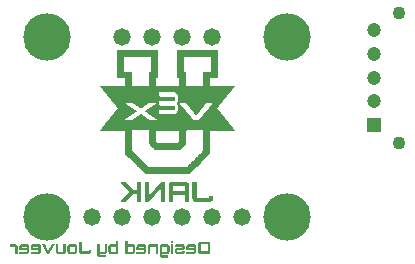
<source format=gbr>
G04*
G04 #@! TF.GenerationSoftware,Altium Limited,Altium Designer,23.1.1 (15)*
G04*
G04 Layer_Color=7058166*
%FSLAX44Y44*%
%MOMM*%
G71*
G04*
G04 #@! TF.SameCoordinates,4BF497F3-78CA-41F9-8CC1-BB5D37DA9F24*
G04*
G04*
G04 #@! TF.FilePolarity,Negative*
G04*
G01*
G75*
%ADD13C,4.0132*%
%ADD14C,1.4732*%
%ADD15C,1.1000*%
%ADD16C,1.2000*%
%ADD17R,1.2000X1.2000*%
G36*
X102694Y170696D02*
X102581Y170634D01*
X102556Y170534D01*
X102544Y146867D01*
X102619Y146767D01*
X102718Y146742D01*
X102893Y146718D01*
X109573Y146693D01*
X109635Y146630D01*
X109660Y146531D01*
X109635Y146207D01*
X109648Y140661D01*
X109598Y140536D01*
X109523Y140461D01*
X109399Y140411D01*
X109149Y140386D01*
X109074Y140411D01*
X88748Y140399D01*
X88586Y140461D01*
X88411Y140436D01*
X88349Y140374D01*
X88324Y140274D01*
X88349Y140125D01*
X88486Y139988D01*
X88536Y139963D01*
X88623Y139875D01*
X88648Y139826D01*
X88710Y139763D01*
X88760Y139738D01*
X88847Y139651D01*
X88972Y139427D01*
X89096Y139302D01*
X89184Y139140D01*
X89234Y139115D01*
X89296Y139053D01*
X89321Y139003D01*
X89445Y138828D01*
X89533Y138766D01*
X89570Y138729D01*
X89595Y138679D01*
X89707Y138542D01*
X89819Y138430D01*
X89919Y138255D01*
X90019Y138156D01*
X90044Y138106D01*
X90168Y137931D01*
X90206Y137894D01*
X90255Y137869D01*
X90318Y137807D01*
X90343Y137757D01*
X90467Y137632D01*
X90492Y137582D01*
X90629Y137370D01*
X90679Y137345D01*
X90742Y137283D01*
X90866Y137059D01*
X90991Y136934D01*
X91016Y136884D01*
X91128Y136722D01*
X91178Y136697D01*
X91290Y136585D01*
X91315Y136535D01*
X91440Y136361D01*
X91464Y136311D01*
X91552Y136199D01*
X91601Y136174D01*
X91714Y136062D01*
X91813Y135887D01*
X92137Y135563D01*
X92162Y135513D01*
X92212Y135464D01*
X92312Y135289D01*
X92349Y135252D01*
X92387Y135239D01*
X92412Y135189D01*
X92511Y135015D01*
X92574Y134953D01*
X92624Y134928D01*
X92686Y134840D01*
X92798Y134728D01*
X92848Y134703D01*
X92885Y134666D01*
X92910Y134616D01*
X93010Y134442D01*
X93134Y134317D01*
X93159Y134267D01*
X93284Y134093D01*
X93321Y134055D01*
X93359Y134043D01*
X93384Y133993D01*
X93508Y133819D01*
X93546Y133781D01*
X93596Y133756D01*
X93633Y133719D01*
X93708Y133594D01*
X93857Y133445D01*
X93957Y133270D01*
X93994Y133208D01*
X94032Y133195D01*
X94057Y133146D01*
X94107Y133096D01*
X94131Y133046D01*
X94244Y132909D01*
X94331Y132821D01*
X94455Y132597D01*
X94605Y132448D01*
X94705Y132273D01*
X95029Y131949D01*
X95054Y131899D01*
X95178Y131725D01*
X95303Y131600D01*
X95378Y131475D01*
X95577Y131276D01*
X95602Y131226D01*
X95664Y131139D01*
X95714Y131114D01*
X95777Y131052D01*
X95901Y130827D01*
X96026Y130703D01*
X96125Y130528D01*
X96163Y130491D01*
X96213Y130466D01*
X96350Y130254D01*
X96412Y130192D01*
X96462Y130167D01*
X96499Y130129D01*
X96524Y130080D01*
X96636Y129943D01*
X96749Y129830D01*
X96848Y129656D01*
X96948Y129556D01*
X96973Y129506D01*
X97098Y129332D01*
X97160Y129270D01*
X97210Y129245D01*
X97247Y129207D01*
X97272Y129157D01*
X97397Y128983D01*
X97472Y128858D01*
X97609Y128721D01*
X97659Y128696D01*
X97771Y128509D01*
X97796Y128459D01*
X97945Y128310D01*
X98045Y128135D01*
X98394Y127786D01*
X98493Y127612D01*
X98643Y127462D01*
X98668Y127413D01*
X98830Y127176D01*
X98917Y127113D01*
X98942Y127064D01*
X99142Y126864D01*
X99241Y126690D01*
X99366Y126565D01*
X99466Y126390D01*
X99777Y126079D01*
X99815Y126067D01*
X99839Y126017D01*
X99939Y125842D01*
X100064Y125718D01*
X100089Y125668D01*
X100213Y125493D01*
X100288Y125418D01*
X100313Y125369D01*
X100450Y125157D01*
X100500Y125132D01*
X100562Y125070D01*
X100687Y124845D01*
X101036Y124496D01*
X101061Y124446D01*
X101186Y124272D01*
X101260Y124197D01*
X101360Y124023D01*
X101559Y123823D01*
X101584Y123773D01*
X101672Y123711D01*
X101759Y123624D01*
X101784Y123574D01*
X101908Y123399D01*
X101958Y123350D01*
X101983Y123300D01*
X102158Y123075D01*
X102232Y123001D01*
X102332Y122826D01*
X102419Y122764D01*
X102507Y122677D01*
X102531Y122627D01*
X102619Y122515D01*
X102669Y122490D01*
X102706Y122452D01*
X102831Y122228D01*
X102955Y122103D01*
X103055Y121929D01*
X103404Y121580D01*
X103429Y121480D01*
X103366Y121393D01*
X103317Y121368D01*
X103229Y121281D01*
X103130Y121106D01*
X103005Y121006D01*
X102980Y120957D01*
X102893Y120870D01*
X102843Y120844D01*
X102644Y120545D01*
X102556Y120458D01*
X102457Y120284D01*
X102282Y120109D01*
X102183Y119935D01*
X102083Y119835D01*
X102058Y119785D01*
X101921Y119648D01*
X101871Y119623D01*
X101834Y119586D01*
X101734Y119411D01*
X101609Y119287D01*
X101485Y119062D01*
X101422Y119000D01*
X101372Y118975D01*
X101198Y118701D01*
X101086Y118589D01*
X101061Y118539D01*
X100999Y118477D01*
X100949Y118452D01*
X100861Y118364D01*
X100762Y118190D01*
X100637Y118065D01*
X100537Y117891D01*
X100139Y117492D01*
X100039Y117317D01*
X99939Y117218D01*
X99914Y117168D01*
X99790Y116994D01*
X99740Y116944D01*
X99715Y116894D01*
X99665Y116844D01*
X99565Y116670D01*
X99503Y116607D01*
X99453Y116582D01*
X99391Y116520D01*
X99366Y116470D01*
X99166Y116271D01*
X99067Y116096D01*
X98967Y115997D01*
X98942Y115947D01*
X98818Y115772D01*
X98493Y115448D01*
X98419Y115249D01*
X98307Y115136D01*
X98257Y115112D01*
X98120Y114900D01*
X97970Y114750D01*
X97870Y114576D01*
X97521Y114227D01*
X97422Y114052D01*
X97247Y113878D01*
X97148Y113703D01*
X96998Y113554D01*
X96898Y113379D01*
X96848Y113329D01*
X96824Y113279D01*
X96761Y113217D01*
X96711Y113192D01*
X96599Y113080D01*
X96574Y113030D01*
X96475Y112856D01*
X96387Y112769D01*
X96350Y112756D01*
X96325Y112706D01*
X96275Y112656D01*
X96250Y112582D01*
X96138Y112444D01*
X95851Y112158D01*
X95826Y112108D01*
X95702Y111934D01*
X95627Y111859D01*
X95602Y111809D01*
X95478Y111634D01*
X95378Y111535D01*
X95353Y111485D01*
X95241Y111348D01*
X95104Y111236D01*
X94979Y111061D01*
X94904Y110986D01*
X94804Y110812D01*
X94705Y110712D01*
X94680Y110662D01*
X94580Y110513D01*
X94555Y110463D01*
X94468Y110376D01*
X94418Y110351D01*
X94331Y110264D01*
X94231Y110089D01*
X94181Y110039D01*
X94156Y109989D01*
X93932Y109765D01*
X93832Y109591D01*
X93708Y109466D01*
X93583Y109242D01*
X93546Y109204D01*
X93496Y109179D01*
X93359Y109042D01*
X93334Y108992D01*
X93247Y108930D01*
X93209Y108893D01*
X93110Y108718D01*
X93035Y108643D01*
X93010Y108594D01*
X92960Y108544D01*
X92885Y108419D01*
X92773Y108282D01*
X92736Y108244D01*
X92636Y108070D01*
X92524Y107958D01*
X92486Y107945D01*
X92462Y107895D01*
X92237Y107671D01*
X92137Y107497D01*
X92013Y107372D01*
X91913Y107198D01*
X91813Y107098D01*
X91788Y107048D01*
X91689Y106874D01*
X91514Y106699D01*
X91489Y106649D01*
X91452Y106587D01*
X91402Y106562D01*
X91352Y106512D01*
X91302Y106487D01*
X91265Y106450D01*
X91165Y106275D01*
X91041Y106151D01*
X91016Y106101D01*
X90953Y106039D01*
X90904Y106014D01*
X90816Y105926D01*
X90717Y105752D01*
X90592Y105627D01*
X90492Y105453D01*
X90318Y105278D01*
X90218Y105104D01*
X90118Y105004D01*
X90093Y104954D01*
X90044Y104904D01*
X90031Y104867D01*
X89981Y104842D01*
X89931Y104792D01*
X89894Y104780D01*
X89869Y104730D01*
X89732Y104518D01*
X89682Y104493D01*
X89570Y104306D01*
X89545Y104256D01*
X89346Y104057D01*
X89246Y103883D01*
X89146Y103783D01*
X89121Y103733D01*
X89009Y103621D01*
X88959Y103596D01*
X88897Y103533D01*
X88797Y103359D01*
X88673Y103234D01*
X88561Y103023D01*
X88511Y102998D01*
X88374Y102885D01*
X88324Y102761D01*
X88349Y102661D01*
X88411Y102599D01*
X88511Y102574D01*
X109511Y102586D01*
X109610Y102512D01*
X109635Y102412D01*
X109660Y83144D01*
X109835Y82920D01*
X113000Y79754D01*
X113100Y79580D01*
X113162Y79517D01*
X113212Y79493D01*
X113324Y79380D01*
X113349Y79331D01*
X113387Y79293D01*
X113437Y79268D01*
X113549Y79156D01*
X113574Y79106D01*
X113636Y79044D01*
X113686Y79019D01*
X113798Y78907D01*
X113823Y78857D01*
X113860Y78820D01*
X113910Y78795D01*
X114135Y78620D01*
X114197Y78558D01*
X114222Y78508D01*
X114346Y78334D01*
X114546Y78209D01*
X114670Y78084D01*
X114695Y78034D01*
X114820Y77860D01*
X115019Y77735D01*
X115169Y77586D01*
X115269Y77411D01*
X115306Y77374D01*
X115356Y77349D01*
X115530Y77224D01*
X115618Y77137D01*
X115642Y77087D01*
X115780Y76900D01*
X115829Y76875D01*
X116004Y76751D01*
X116116Y76638D01*
X116216Y76464D01*
X116253Y76427D01*
X116303Y76402D01*
X116415Y76290D01*
X116440Y76240D01*
X116502Y76177D01*
X116552Y76153D01*
X116664Y76040D01*
X116689Y75990D01*
X116752Y75928D01*
X116802Y75903D01*
X116914Y75791D01*
X116939Y75741D01*
X117450Y75230D01*
X117500Y75205D01*
X117612Y75093D01*
X117637Y75043D01*
X117699Y74981D01*
X117749Y74956D01*
X117861Y74844D01*
X117886Y74794D01*
X117948Y74732D01*
X117998Y74707D01*
X118110Y74595D01*
X118135Y74545D01*
X118173Y74507D01*
X118222Y74482D01*
X118335Y74370D01*
X118359Y74320D01*
X118422Y74258D01*
X118472Y74233D01*
X118584Y74121D01*
X118609Y74071D01*
X118646Y74034D01*
X118696Y74009D01*
X118808Y73897D01*
X118833Y73847D01*
X118895Y73784D01*
X118945Y73760D01*
X119057Y73647D01*
X119082Y73598D01*
X119145Y73535D01*
X119194Y73510D01*
X119307Y73398D01*
X119332Y73348D01*
X119369Y73311D01*
X119419Y73286D01*
X119531Y73174D01*
X119556Y73124D01*
X119618Y73062D01*
X119668Y73037D01*
X119780Y72925D01*
X119805Y72875D01*
X119843Y72837D01*
X119892Y72812D01*
X120005Y72700D01*
X120029Y72650D01*
X120877Y71803D01*
X120902Y71753D01*
X121014Y71616D01*
X121188Y71516D01*
X121251Y71429D01*
X121538Y71142D01*
X121587Y71118D01*
X121712Y70918D01*
X121886Y70793D01*
X122011Y70669D01*
X122048Y70656D01*
X122073Y70606D01*
X122211Y70420D01*
X122260Y70395D01*
X122397Y70258D01*
X122422Y70208D01*
X122460Y70170D01*
X122634Y70071D01*
X122759Y69921D01*
X122958Y69722D01*
X123008Y69697D01*
X123145Y69485D01*
X123183Y69447D01*
X123232Y69422D01*
X123345Y69310D01*
X123370Y69261D01*
X123407Y69223D01*
X123457Y69198D01*
X123594Y69061D01*
X123619Y69011D01*
X123706Y68924D01*
X123756Y68899D01*
X123881Y68749D01*
X123930Y68700D01*
X123980Y68675D01*
X124018Y68637D01*
X124043Y68587D01*
X124180Y68450D01*
X124229Y68425D01*
X124267Y68388D01*
X124292Y68338D01*
X124404Y68226D01*
X124454Y68201D01*
X124491Y68164D01*
X124516Y68114D01*
X124653Y67977D01*
X124703Y67952D01*
X124740Y67915D01*
X124765Y67865D01*
X124878Y67752D01*
X124927Y67727D01*
X124990Y67665D01*
X125015Y67615D01*
X125127Y67503D01*
X125177Y67478D01*
X125214Y67441D01*
X125239Y67391D01*
X125376Y67254D01*
X125426Y67229D01*
X125463Y67192D01*
X125488Y67142D01*
X125600Y67030D01*
X125650Y67005D01*
X125688Y66967D01*
X125713Y66917D01*
X125850Y66780D01*
X125899Y66755D01*
X125937Y66718D01*
X125962Y66668D01*
X126099Y66531D01*
X126149Y66506D01*
X126186Y66469D01*
X126211Y66419D01*
X126323Y66307D01*
X126373Y66282D01*
X126410Y66244D01*
X126435Y66195D01*
X126547Y66082D01*
X164298Y66070D01*
X164398Y66095D01*
X164547Y66220D01*
X166367Y68039D01*
X166392Y68089D01*
X166504Y68226D01*
X166554Y68251D01*
X166691Y68363D01*
X169956Y71628D01*
X169981Y71678D01*
X170093Y71815D01*
X170143Y71840D01*
X170280Y71953D01*
X173545Y75218D01*
X173570Y75268D01*
X173682Y75405D01*
X173732Y75430D01*
X173869Y75542D01*
X177135Y78807D01*
X177160Y78857D01*
X177272Y78994D01*
X177321Y79019D01*
X177459Y79131D01*
X180724Y82396D01*
X180749Y82446D01*
X180861Y82583D01*
X180911Y82608D01*
X181048Y82720D01*
X181185Y82858D01*
X181235Y82882D01*
X181322Y83045D01*
X181372Y83219D01*
X181384Y102050D01*
X181335Y102175D01*
X181297Y102287D01*
X181322Y102437D01*
X181384Y102499D01*
X181509Y102549D01*
X181684Y102574D01*
X202547Y102549D01*
X202596Y102524D01*
X202684Y102586D01*
X202659Y102686D01*
X202484Y103010D01*
X202310Y103185D01*
X202210Y103359D01*
X201861Y103708D01*
X201761Y103883D01*
X201562Y104082D01*
X201549Y104119D01*
X201500Y104144D01*
X201362Y104281D01*
X201263Y104456D01*
X201163Y104556D01*
X201138Y104605D01*
X201014Y104780D01*
X200889Y104904D01*
X200789Y105079D01*
X200702Y105141D01*
X200615Y105229D01*
X200590Y105278D01*
X200503Y105391D01*
X200453Y105415D01*
X200340Y105602D01*
X200316Y105652D01*
X200166Y105802D01*
X200066Y105976D01*
X200004Y106039D01*
X199967Y106051D01*
X199942Y106101D01*
X199817Y106275D01*
X199780Y106313D01*
X199730Y106338D01*
X199692Y106375D01*
X199667Y106425D01*
X199555Y106562D01*
X199443Y106674D01*
X199319Y106898D01*
X199219Y106998D01*
X199194Y107048D01*
X199082Y107185D01*
X198995Y107272D01*
X198970Y107322D01*
X198857Y107484D01*
X198808Y107509D01*
X198720Y107596D01*
X198696Y107646D01*
X198583Y107783D01*
X198471Y107895D01*
X198371Y108070D01*
X198272Y108170D01*
X198247Y108220D01*
X198122Y108394D01*
X198085Y108432D01*
X198035Y108456D01*
X197973Y108519D01*
X197948Y108569D01*
X197823Y108693D01*
X197798Y108743D01*
X197661Y108955D01*
X197611Y108980D01*
X197549Y109042D01*
X197424Y109267D01*
X197300Y109391D01*
X197200Y109566D01*
X197162Y109603D01*
X197113Y109628D01*
X196976Y109765D01*
X196951Y109815D01*
X196826Y109939D01*
X196726Y110114D01*
X196577Y110264D01*
X196477Y110438D01*
X196128Y110787D01*
X196103Y110837D01*
X195966Y111049D01*
X195929Y111061D01*
X195904Y111111D01*
X195804Y111261D01*
X195779Y111310D01*
X195717Y111373D01*
X195667Y111398D01*
X195492Y111672D01*
X195156Y112008D01*
X195056Y112183D01*
X194994Y112245D01*
X194944Y112270D01*
X194882Y112382D01*
X194807Y112507D01*
X194632Y112681D01*
X194608Y112731D01*
X194570Y112769D01*
X194520Y112794D01*
X194433Y112881D01*
X194333Y113055D01*
X194221Y113192D01*
X194184Y113230D01*
X194159Y113279D01*
X194047Y113417D01*
X193960Y113504D01*
X193860Y113678D01*
X193822Y113716D01*
X193773Y113741D01*
X193685Y113828D01*
X193660Y113878D01*
X193548Y114015D01*
X193461Y114102D01*
X193361Y114277D01*
X193262Y114376D01*
X193237Y114426D01*
X193112Y114601D01*
X193037Y114675D01*
X193012Y114725D01*
X192875Y114937D01*
X192825Y114962D01*
X192763Y115024D01*
X192738Y115074D01*
X192626Y115186D01*
X192576Y115211D01*
X192514Y115274D01*
X192389Y115498D01*
X192265Y115623D01*
X192165Y115797D01*
X192065Y115897D01*
X192040Y115947D01*
X191916Y116121D01*
X191542Y116495D01*
X191442Y116670D01*
X191342Y116769D01*
X191317Y116819D01*
X191193Y116994D01*
X191131Y117056D01*
X191081Y117081D01*
X191043Y117118D01*
X191018Y117168D01*
X190968Y117218D01*
X190944Y117268D01*
X190844Y117367D01*
X190744Y117542D01*
X190707Y117579D01*
X190657Y117604D01*
X190620Y117642D01*
X190595Y117691D01*
X190495Y117866D01*
X190370Y117991D01*
X190345Y118040D01*
X190221Y118215D01*
X189897Y118539D01*
X189797Y118713D01*
X189647Y118863D01*
X189622Y118913D01*
X189460Y119150D01*
X189373Y119237D01*
X189273Y119411D01*
X189236Y119449D01*
X189186Y119474D01*
X189149Y119511D01*
X189124Y119561D01*
X188925Y119760D01*
X188825Y119935D01*
X188675Y120084D01*
X188650Y120134D01*
X188526Y120309D01*
X188276Y120558D01*
X188251Y120608D01*
X188127Y120782D01*
X187952Y120957D01*
X187878Y121081D01*
X187790Y121169D01*
X187753Y121181D01*
X187728Y121231D01*
X187628Y121380D01*
X187603Y121480D01*
X187628Y121580D01*
X187728Y121754D01*
X187840Y121891D01*
X188127Y122178D01*
X188152Y122228D01*
X188276Y122402D01*
X188351Y122477D01*
X188376Y122527D01*
X188476Y122702D01*
X188538Y122764D01*
X188588Y122789D01*
X188688Y122938D01*
X188900Y123150D01*
X188974Y123275D01*
X189099Y123399D01*
X189124Y123449D01*
X189249Y123624D01*
X189348Y123723D01*
X189448Y123898D01*
X189573Y124023D01*
X189597Y124072D01*
X189710Y124209D01*
X189822Y124297D01*
X189847Y124347D01*
X189971Y124521D01*
X190071Y124621D01*
X190096Y124671D01*
X190208Y124808D01*
X190246Y124845D01*
X190271Y124895D01*
X190432Y125132D01*
X190545Y125244D01*
X190570Y125294D01*
X190657Y125406D01*
X190707Y125431D01*
X190794Y125493D01*
X190819Y125543D01*
X190944Y125718D01*
X191018Y125792D01*
X191118Y125967D01*
X191467Y126316D01*
X191492Y126366D01*
X191592Y126540D01*
X191716Y126640D01*
X191841Y126864D01*
X191990Y127014D01*
X192090Y127188D01*
X192215Y127313D01*
X192314Y127487D01*
X192402Y127575D01*
X192451Y127599D01*
X192514Y127687D01*
X192713Y127886D01*
X192813Y128061D01*
X192913Y128160D01*
X192938Y128210D01*
X193062Y128385D01*
X193361Y128684D01*
X193386Y128734D01*
X193548Y128970D01*
X193636Y129033D01*
X193660Y129082D01*
X193760Y129257D01*
X194134Y129631D01*
X194234Y129805D01*
X194358Y129930D01*
X194458Y130105D01*
X194707Y130354D01*
X194782Y130478D01*
X194944Y130690D01*
X194994Y130715D01*
X195056Y130778D01*
X195081Y130827D01*
X195206Y131002D01*
X195281Y131077D01*
X195306Y131126D01*
X195405Y131301D01*
X195580Y131475D01*
X195605Y131525D01*
X195667Y131613D01*
X195717Y131637D01*
X195829Y131750D01*
X195916Y131912D01*
X195966Y131937D01*
X196053Y132024D01*
X196153Y132198D01*
X196253Y132298D01*
X196278Y132348D01*
X196377Y132522D01*
X196415Y132560D01*
X196465Y132585D01*
X196602Y132722D01*
X196627Y132772D01*
X196664Y132809D01*
X196714Y132834D01*
X196751Y132871D01*
X196776Y132921D01*
X196901Y133096D01*
X196951Y133146D01*
X196976Y133195D01*
X197100Y133370D01*
X197125Y133420D01*
X197474Y133769D01*
X197574Y133943D01*
X197723Y134093D01*
X197748Y134143D01*
X197873Y134317D01*
X197973Y134417D01*
X197997Y134466D01*
X198234Y134778D01*
X198284Y134803D01*
X198396Y134915D01*
X198421Y134965D01*
X198521Y135140D01*
X198583Y135202D01*
X198633Y135227D01*
X198671Y135264D01*
X198795Y135489D01*
X198920Y135613D01*
X199020Y135788D01*
X199368Y136137D01*
X199393Y136186D01*
X199518Y136361D01*
X199643Y136486D01*
X199742Y136660D01*
X199917Y136834D01*
X199942Y136884D01*
X200029Y136947D01*
X200091Y137009D01*
X200191Y137183D01*
X200291Y137283D01*
X200316Y137333D01*
X200478Y137570D01*
X200615Y137707D01*
X200714Y137881D01*
X201063Y138230D01*
X201163Y138405D01*
X201288Y138529D01*
X201412Y138754D01*
X201500Y138816D01*
X201637Y138953D01*
X201662Y139003D01*
X201749Y139065D01*
X201786Y139103D01*
X201886Y139277D01*
X201961Y139352D01*
X201986Y139402D01*
X202036Y139452D01*
X202135Y139626D01*
X202260Y139751D01*
X202360Y139925D01*
X202447Y140013D01*
X202497Y140037D01*
X202559Y140100D01*
X202584Y140150D01*
X202684Y140374D01*
X202621Y140436D01*
X202522Y140461D01*
X202272Y140436D01*
X202197Y140411D01*
X202098Y140386D01*
X201699Y140411D01*
X181621Y140399D01*
X181521Y140424D01*
X181434Y140486D01*
X181397Y140524D01*
X181372Y140623D01*
X181360Y146568D01*
X181397Y146655D01*
X181534Y146718D01*
X181783Y146742D01*
X181858Y146718D01*
X188264Y146742D01*
X188376Y146830D01*
X188401Y146929D01*
X188426Y147303D01*
X188401Y147378D01*
X188414Y150432D01*
X188389Y150581D01*
X188376Y150743D01*
X188401Y150818D01*
X188426Y151067D01*
X188401Y151541D01*
X188376Y151615D01*
X188414Y151852D01*
X188426Y152363D01*
X188401Y152438D01*
X188376Y152612D01*
X188401Y152787D01*
X188426Y152887D01*
X188401Y153435D01*
X188376Y153510D01*
X188401Y153759D01*
X188426Y153834D01*
Y154008D01*
Y154033D01*
X188401Y154582D01*
X188414Y157610D01*
X188389Y157760D01*
X188376Y157922D01*
X188401Y157997D01*
X188426Y158246D01*
X188401Y158719D01*
X188376Y158794D01*
X188414Y159031D01*
X188426Y159542D01*
X188401Y159617D01*
X188376Y159791D01*
X188401Y159966D01*
X188426Y160065D01*
X188401Y160614D01*
X188376Y160688D01*
X188401Y160938D01*
X188426Y161013D01*
X188401Y162159D01*
X188414Y165287D01*
X188389Y165412D01*
X188376Y165599D01*
X188401Y165674D01*
X188426Y165848D01*
X188401Y166372D01*
X188376Y166446D01*
X188414Y166683D01*
X188426Y167194D01*
X188401Y167269D01*
X188376Y167444D01*
X188401Y167618D01*
X188426Y167718D01*
X188401Y168291D01*
X188376Y168366D01*
X188414Y168627D01*
X188426Y168839D01*
X188401Y168914D01*
X188414Y170023D01*
X188401Y170285D01*
X188426Y170360D01*
X188401Y170634D01*
X188339Y170696D01*
X188164Y170721D01*
X187990Y170696D01*
X187379Y170709D01*
X187229Y170684D01*
X186968Y170671D01*
X186893Y170696D01*
X186756Y170709D01*
X186519Y170696D01*
X186444Y170721D01*
X186370Y170696D01*
X186120Y170671D01*
X185859Y170709D01*
X185796Y170721D01*
X185721Y170696D01*
X185485Y170709D01*
X185148Y170671D01*
X184812Y170709D01*
X180313Y170696D01*
X180238Y170721D01*
X180138Y170696D01*
X179889Y170671D01*
X179627Y170709D01*
X179590Y170721D01*
X179515Y170696D01*
X179253Y170709D01*
X179104Y170684D01*
X178842Y170671D01*
X178767Y170696D01*
X178605Y170709D01*
X178368Y170696D01*
X178319Y170721D01*
X178244Y170696D01*
X177920Y170671D01*
X177820Y170696D01*
X177633Y170709D01*
X173134Y170696D01*
X173059Y170721D01*
X172959Y170696D01*
X172710Y170671D01*
X172449Y170709D01*
X172411Y170721D01*
X172336Y170696D01*
X172075Y170709D01*
X171925Y170684D01*
X171663Y170671D01*
X171589Y170696D01*
X171427Y170709D01*
X171190Y170696D01*
X171140Y170721D01*
X171065Y170696D01*
X170741Y170671D01*
X170641Y170696D01*
X170455Y170709D01*
X165955Y170696D01*
X165881Y170721D01*
X165781Y170696D01*
X165532Y170671D01*
X165270Y170709D01*
X165233Y170721D01*
X165158Y170696D01*
X164896Y170709D01*
X164746Y170684D01*
X164485Y170671D01*
X164410Y170696D01*
X164248Y170709D01*
X164011Y170696D01*
X163961Y170721D01*
X163887Y170696D01*
X163563Y170671D01*
X163463Y170696D01*
X163276Y170709D01*
X158777Y170696D01*
X158702Y170721D01*
X158602Y170696D01*
X158353Y170671D01*
X158091Y170709D01*
X158054Y170721D01*
X157979Y170696D01*
X157717Y170709D01*
X157568Y170684D01*
X157306Y170671D01*
X157231Y170696D01*
X157069Y170709D01*
X156833Y170696D01*
X156783Y170721D01*
X156708Y170696D01*
X156384Y170671D01*
X156284Y170696D01*
X156097Y170709D01*
X153929Y170684D01*
X153854Y170634D01*
X153829Y170534D01*
X153804Y147229D01*
X153754Y147104D01*
X153779Y146905D01*
X153916Y146767D01*
X154115Y146718D01*
X155250Y146730D01*
X155374Y146705D01*
X155499Y146630D01*
X155524Y146456D01*
X155499Y146381D01*
X155474Y140524D01*
X155387Y140436D01*
X155187Y140386D01*
X154863Y140411D01*
X135658Y140399D01*
X135571Y140461D01*
X135434Y140598D01*
X135409Y140698D01*
X135434Y140897D01*
X135484Y141022D01*
X135508Y141271D01*
X135484Y141346D01*
X135508Y141521D01*
X135434Y141795D01*
X135459Y141969D01*
X135484Y142044D01*
X135508Y142144D01*
X135496Y142356D01*
X135508Y142518D01*
X135484Y142592D01*
X135434Y142767D01*
X135459Y142916D01*
X135484Y142991D01*
X135508Y143091D01*
X135484Y143490D01*
X135496Y146319D01*
X135484Y146605D01*
X135546Y146693D01*
X135720Y146742D01*
X135895Y146718D01*
X137091Y146742D01*
X137154Y146805D01*
X137178Y146905D01*
X137166Y147191D01*
X137178Y170160D01*
X137154Y170235D01*
X137178Y170335D01*
X137154Y170584D01*
X137091Y170646D01*
X136892Y170696D01*
X136181Y170709D01*
X136032Y170684D01*
X135770Y170671D01*
X135695Y170696D01*
X135533Y170709D01*
X135296Y170696D01*
X135247Y170721D01*
X135172Y170696D01*
X134848Y170671D01*
X134748Y170696D01*
X134561Y170709D01*
X130062Y170696D01*
X129987Y170721D01*
X129888Y170696D01*
X129638Y170671D01*
X129377Y170709D01*
X129339Y170721D01*
X129264Y170696D01*
X129003Y170709D01*
X128853Y170684D01*
X128591Y170671D01*
X128517Y170696D01*
X128355Y170709D01*
X128118Y170696D01*
X128068Y170721D01*
X127993Y170696D01*
X127669Y170671D01*
X127570Y170696D01*
X127382Y170709D01*
X122883Y170696D01*
X122809Y170721D01*
X122709Y170696D01*
X122460Y170671D01*
X122198Y170709D01*
X122161Y170721D01*
X122086Y170696D01*
X121824Y170709D01*
X121674Y170684D01*
X121413Y170671D01*
X121338Y170696D01*
X121176Y170709D01*
X120939Y170696D01*
X120889Y170721D01*
X120815Y170696D01*
X120491Y170671D01*
X120391Y170696D01*
X120204Y170709D01*
X115705Y170696D01*
X115630Y170721D01*
X115530Y170696D01*
X115281Y170671D01*
X115019Y170709D01*
X114982Y170721D01*
X114907Y170696D01*
X114646Y170709D01*
X114496Y170684D01*
X114234Y170671D01*
X114159Y170696D01*
X113997Y170709D01*
X113761Y170696D01*
X113711Y170721D01*
X113636Y170696D01*
X113312Y170671D01*
X113212Y170696D01*
X113025Y170709D01*
X108526Y170696D01*
X108451Y170721D01*
X108352Y170696D01*
X108102Y170671D01*
X107841Y170709D01*
X107803Y170721D01*
X107729Y170696D01*
X107467Y170709D01*
X107317Y170684D01*
X107056Y170671D01*
X106981Y170696D01*
X106819Y170709D01*
X106582Y170696D01*
X106532Y170721D01*
X106457Y170696D01*
X106133Y170671D01*
X106034Y170696D01*
X105847Y170709D01*
X102793Y170696D01*
X102768Y170721D01*
X102694Y170696D01*
D02*
G37*
G36*
X150329Y7030D02*
X148317D01*
Y9054D01*
X150329D01*
Y7030D01*
D02*
G37*
G36*
X45389Y-1846D02*
X43612D01*
X39069Y6363D01*
X41390D01*
X44501Y672D01*
X47587Y6363D01*
X49908D01*
X45389Y-1846D01*
D02*
G37*
G36*
X94520Y142D02*
X94508Y-56D01*
X94483Y-241D01*
X94434Y-402D01*
X94384Y-562D01*
X94347Y-685D01*
X94298Y-772D01*
X94273Y-834D01*
X94261Y-858D01*
X94150Y-1019D01*
X94026Y-1167D01*
X93915Y-1290D01*
X93792Y-1389D01*
X93693Y-1475D01*
X93607Y-1537D01*
X93557Y-1574D01*
X93533Y-1586D01*
X93348Y-1673D01*
X93175Y-1735D01*
X93002Y-1784D01*
X92841Y-1809D01*
X92706Y-1833D01*
X92607Y-1846D01*
X88188D01*
Y-2722D01*
X88200Y-2772D01*
X88212Y-2784D01*
X88249Y-2809D01*
X93187D01*
X93175Y-4845D01*
X88175Y-4833D01*
X87978Y-4821D01*
X87780Y-4796D01*
X87607Y-4747D01*
X87459Y-4697D01*
X87336Y-4648D01*
X87237Y-4599D01*
X87188Y-4574D01*
X87163Y-4561D01*
X87002Y-4450D01*
X86854Y-4339D01*
X86731Y-4216D01*
X86632Y-4105D01*
X86546Y-4006D01*
X86484Y-3920D01*
X86447Y-3870D01*
X86435Y-3846D01*
X86348Y-3673D01*
X86274Y-3500D01*
X86237Y-3327D01*
X86200Y-3167D01*
X86188Y-3031D01*
X86175Y-2932D01*
Y-2858D01*
Y-2833D01*
Y6339D01*
X88188D01*
Y240D01*
X88200Y191D01*
X88212Y179D01*
X88249Y166D01*
X92422D01*
X92471Y179D01*
X92496D01*
X92508Y216D01*
Y240D01*
Y6339D01*
X94520D01*
Y142D01*
D02*
G37*
G36*
X59314D02*
X59302Y-56D01*
X59277Y-241D01*
X59228Y-402D01*
X59178Y-550D01*
X59129Y-673D01*
X59079Y-772D01*
X59055Y-821D01*
X59043Y-846D01*
X58931Y-1006D01*
X58820Y-1155D01*
X58697Y-1278D01*
X58586Y-1377D01*
X58487Y-1463D01*
X58401Y-1525D01*
X58351Y-1562D01*
X58327Y-1574D01*
X58154Y-1661D01*
X57981Y-1735D01*
X57808Y-1784D01*
X57648Y-1809D01*
X57512Y-1833D01*
X57413Y-1846D01*
X52969D01*
X52772Y-1833D01*
X52574Y-1809D01*
X52414Y-1759D01*
X52265Y-1710D01*
X52142Y-1661D01*
X52043Y-1611D01*
X51994Y-1586D01*
X51969Y-1574D01*
X51809Y-1463D01*
X51660Y-1340D01*
X51537Y-1229D01*
X51438Y-1105D01*
X51352Y-1006D01*
X51290Y-920D01*
X51253Y-871D01*
X51241Y-846D01*
X51142Y-673D01*
X51080Y-500D01*
X51031Y-327D01*
X51006Y-179D01*
X50994Y-56D01*
X50982Y55D01*
Y117D01*
Y142D01*
X50957Y6363D01*
X52994D01*
Y240D01*
X53006Y191D01*
X53018Y179D01*
X53031Y166D01*
X57215D01*
X57265Y179D01*
X57277D01*
X57302Y216D01*
Y240D01*
Y6363D01*
X59314D01*
Y142D01*
D02*
G37*
G36*
X181610Y-1846D02*
X173463D01*
X173253Y-1833D01*
X173068Y-1809D01*
X172882Y-1759D01*
X172734Y-1710D01*
X172611Y-1661D01*
X172512Y-1611D01*
X172463Y-1586D01*
X172438Y-1574D01*
X172265Y-1463D01*
X172117Y-1340D01*
X171994Y-1229D01*
X171883Y-1105D01*
X171796Y-1006D01*
X171735Y-920D01*
X171697Y-871D01*
X171685Y-846D01*
X171586Y-661D01*
X171525Y-488D01*
X171475Y-315D01*
X171438Y-155D01*
X171413Y-19D01*
X171401Y92D01*
Y166D01*
Y191D01*
Y6314D01*
X171413Y6524D01*
X171451Y6709D01*
X171488Y6894D01*
X171537Y7042D01*
X171599Y7166D01*
X171636Y7264D01*
X171673Y7314D01*
X171685Y7339D01*
X171796Y7499D01*
X171920Y7647D01*
X172043Y7771D01*
X172167Y7869D01*
X172278Y7956D01*
X172364Y8017D01*
X172413Y8054D01*
X172438Y8067D01*
X172611Y8166D01*
X172796Y8227D01*
X172957Y8277D01*
X173117Y8314D01*
X173253Y8338D01*
X173364Y8351D01*
X181610D01*
Y-1846D01*
D02*
G37*
G36*
X168081Y6351D02*
X168266Y6326D01*
X168438Y6277D01*
X168587Y6227D01*
X168710Y6178D01*
X168797Y6129D01*
X168858Y6104D01*
X168883Y6092D01*
X169043Y5981D01*
X169179Y5870D01*
X169303Y5746D01*
X169414Y5623D01*
X169500Y5524D01*
X169562Y5437D01*
X169599Y5388D01*
X169611Y5363D01*
X169698Y5191D01*
X169772Y5018D01*
X169821Y4845D01*
X169846Y4697D01*
X169870Y4561D01*
X169883Y4450D01*
Y4388D01*
Y4376D01*
Y4363D01*
Y142D01*
X169870Y-56D01*
X169846Y-241D01*
X169796Y-402D01*
X169747Y-550D01*
X169698Y-673D01*
X169648Y-772D01*
X169624Y-821D01*
X169611Y-846D01*
X169500Y-1006D01*
X169377Y-1155D01*
X169253Y-1278D01*
X169142Y-1377D01*
X169043Y-1463D01*
X168957Y-1525D01*
X168908Y-1562D01*
X168883Y-1574D01*
X168710Y-1661D01*
X168537Y-1735D01*
X168365Y-1784D01*
X168216Y-1809D01*
X168081Y-1833D01*
X167969Y-1846D01*
X161550D01*
X161538Y166D01*
X167784D01*
X167834Y179D01*
X167846D01*
X167871Y216D01*
Y240D01*
Y1240D01*
X161538Y1253D01*
X161550Y4363D01*
X161563Y4561D01*
X161587Y4746D01*
X161637Y4919D01*
X161674Y5067D01*
X161723Y5191D01*
X161772Y5289D01*
X161797Y5339D01*
X161810Y5363D01*
X161908Y5524D01*
X162032Y5672D01*
X162155Y5795D01*
X162266Y5907D01*
X162365Y5981D01*
X162451Y6042D01*
X162501Y6079D01*
X162526Y6092D01*
X162698Y6178D01*
X162883Y6252D01*
X163044Y6302D01*
X163204Y6326D01*
X163340Y6351D01*
X163451Y6363D01*
X167883D01*
X168081Y6351D01*
D02*
G37*
G36*
X158316D02*
X158501Y6326D01*
X158662Y6277D01*
X158810Y6227D01*
X158933Y6178D01*
X159032Y6129D01*
X159081Y6104D01*
X159106Y6092D01*
X159267Y5981D01*
X159415Y5870D01*
X159538Y5746D01*
X159637Y5623D01*
X159723Y5524D01*
X159785Y5437D01*
X159822Y5388D01*
X159834Y5363D01*
X159921Y5191D01*
X159995Y5018D01*
X160044Y4845D01*
X160069Y4697D01*
X160094Y4561D01*
X160106Y4450D01*
Y4388D01*
Y4376D01*
Y4363D01*
Y3252D01*
X160094Y3055D01*
X160069Y2870D01*
X160020Y2697D01*
X159970Y2549D01*
X159921Y2425D01*
X159872Y2339D01*
X159847Y2277D01*
X159834Y2253D01*
X159723Y2092D01*
X159600Y1944D01*
X159489Y1821D01*
X159365Y1722D01*
X159267Y1635D01*
X159180Y1574D01*
X159131Y1537D01*
X159106Y1524D01*
X158933Y1438D01*
X158760Y1364D01*
X158588Y1314D01*
X158440Y1277D01*
X158316Y1265D01*
X158205Y1253D01*
X158143Y1240D01*
X153847D01*
X153823Y1228D01*
X153810Y1216D01*
X153786Y1179D01*
Y1166D01*
Y240D01*
X153798Y191D01*
X153810Y179D01*
X153847Y166D01*
X158007D01*
X158057Y179D01*
X158082D01*
X158094Y216D01*
Y240D01*
Y512D01*
X160106D01*
Y142D01*
X160094Y-56D01*
X160069Y-241D01*
X160020Y-402D01*
X159970Y-550D01*
X159921Y-673D01*
X159872Y-772D01*
X159847Y-821D01*
X159834Y-846D01*
X159723Y-1006D01*
X159600Y-1155D01*
X159489Y-1278D01*
X159365Y-1377D01*
X159267Y-1463D01*
X159180Y-1525D01*
X159131Y-1562D01*
X159106Y-1574D01*
X158933Y-1661D01*
X158760Y-1735D01*
X158588Y-1784D01*
X158440Y-1809D01*
X158316Y-1833D01*
X158205Y-1846D01*
X153773D01*
X153563Y-1833D01*
X153378Y-1809D01*
X153205Y-1759D01*
X153057Y-1710D01*
X152934Y-1661D01*
X152835Y-1611D01*
X152786Y-1586D01*
X152761Y-1574D01*
X152601Y-1463D01*
X152465Y-1340D01*
X152329Y-1229D01*
X152230Y-1105D01*
X152144Y-1006D01*
X152082Y-920D01*
X152045Y-871D01*
X152033Y-846D01*
X151934Y-673D01*
X151872Y-500D01*
X151823Y-327D01*
X151786Y-179D01*
X151774Y-56D01*
X151761Y55D01*
Y117D01*
Y142D01*
Y1265D01*
X151774Y1462D01*
X151798Y1648D01*
X151835Y1821D01*
X151897Y1969D01*
X151946Y2092D01*
X151983Y2191D01*
X152021Y2240D01*
X152033Y2265D01*
X152144Y2425D01*
X152267Y2573D01*
X152391Y2697D01*
X152502Y2796D01*
X152601Y2882D01*
X152687Y2944D01*
X152736Y2981D01*
X152761Y2993D01*
X152934Y3080D01*
X153107Y3154D01*
X153280Y3203D01*
X153428Y3240D01*
X153576Y3265D01*
X153675Y3277D01*
X158057D01*
X158082Y3289D01*
X158094Y3339D01*
Y3351D01*
Y4265D01*
Y4302D01*
X158082Y4314D01*
Y4326D01*
X158032Y4351D01*
X153872D01*
X153823Y4339D01*
X153810Y4326D01*
X153798Y4314D01*
X153786Y4289D01*
Y4277D01*
Y4265D01*
Y4006D01*
X151749D01*
X151761Y4363D01*
X151774Y4561D01*
X151798Y4746D01*
X151835Y4919D01*
X151897Y5067D01*
X151946Y5191D01*
X151983Y5289D01*
X152021Y5339D01*
X152033Y5363D01*
X152144Y5524D01*
X152267Y5672D01*
X152391Y5795D01*
X152502Y5894D01*
X152601Y5981D01*
X152687Y6042D01*
X152736Y6079D01*
X152761Y6092D01*
X152934Y6178D01*
X153107Y6252D01*
X153280Y6302D01*
X153428Y6326D01*
X153576Y6351D01*
X153675Y6363D01*
X158119D01*
X158316Y6351D01*
D02*
G37*
G36*
X150329Y-1846D02*
X148317D01*
Y6363D01*
X150329D01*
Y-1846D01*
D02*
G37*
G36*
X137417D02*
X135393D01*
Y4265D01*
Y4302D01*
X135380Y4314D01*
X135368Y4326D01*
X135331Y4351D01*
X131171D01*
X131121Y4339D01*
X131109Y4326D01*
X131097Y4314D01*
X131084Y4289D01*
Y4277D01*
Y4265D01*
Y-1846D01*
X129060D01*
X129072Y4363D01*
X129085Y4561D01*
X129109Y4746D01*
X129146Y4919D01*
X129208Y5067D01*
X129257Y5191D01*
X129294Y5289D01*
X129332Y5339D01*
X129344Y5363D01*
X129455Y5524D01*
X129566Y5672D01*
X129690Y5795D01*
X129813Y5894D01*
X129912Y5981D01*
X129998Y6042D01*
X130047Y6079D01*
X130072Y6092D01*
X130245Y6178D01*
X130418Y6252D01*
X130591Y6302D01*
X130739Y6326D01*
X130875Y6351D01*
X130986Y6363D01*
X137417D01*
Y-1846D01*
D02*
G37*
G36*
X125789Y6351D02*
X125974Y6326D01*
X126147Y6277D01*
X126295Y6227D01*
X126418Y6178D01*
X126505Y6129D01*
X126566Y6104D01*
X126591Y6092D01*
X126751Y5981D01*
X126887Y5870D01*
X127011Y5746D01*
X127122Y5623D01*
X127208Y5524D01*
X127270Y5437D01*
X127307Y5388D01*
X127319Y5363D01*
X127406Y5191D01*
X127480Y5018D01*
X127529Y4845D01*
X127554Y4697D01*
X127579Y4561D01*
X127591Y4450D01*
Y4388D01*
Y4376D01*
Y4363D01*
Y142D01*
X127579Y-56D01*
X127554Y-241D01*
X127505Y-402D01*
X127455Y-550D01*
X127406Y-673D01*
X127356Y-772D01*
X127332Y-821D01*
X127319Y-846D01*
X127208Y-1006D01*
X127085Y-1155D01*
X126961Y-1278D01*
X126850Y-1377D01*
X126751Y-1463D01*
X126665Y-1525D01*
X126616Y-1562D01*
X126591Y-1574D01*
X126418Y-1661D01*
X126245Y-1735D01*
X126073Y-1784D01*
X125924Y-1809D01*
X125789Y-1833D01*
X125677Y-1846D01*
X119258D01*
X119246Y166D01*
X125492D01*
X125542Y179D01*
X125554D01*
X125579Y216D01*
Y240D01*
Y1240D01*
X119246Y1253D01*
X119258Y4363D01*
X119271Y4561D01*
X119296Y4746D01*
X119345Y4919D01*
X119382Y5067D01*
X119431Y5191D01*
X119481Y5289D01*
X119505Y5339D01*
X119518Y5363D01*
X119616Y5524D01*
X119740Y5672D01*
X119863Y5795D01*
X119974Y5907D01*
X120073Y5981D01*
X120160Y6042D01*
X120209Y6079D01*
X120234Y6092D01*
X120407Y6178D01*
X120592Y6252D01*
X120752Y6302D01*
X120913Y6326D01*
X121048Y6351D01*
X121159Y6363D01*
X125591D01*
X125789Y6351D01*
D02*
G37*
G36*
X111840Y6363D02*
X116160D01*
X116370Y6351D01*
X116555Y6326D01*
X116728Y6277D01*
X116888Y6227D01*
X117012Y6178D01*
X117098Y6129D01*
X117160Y6104D01*
X117185Y6092D01*
X117345Y5981D01*
X117481Y5870D01*
X117604Y5746D01*
X117703Y5623D01*
X117789Y5524D01*
X117851Y5437D01*
X117888Y5388D01*
X117901Y5363D01*
X117987Y5191D01*
X118061Y5018D01*
X118110Y4845D01*
X118135Y4697D01*
X118160Y4561D01*
X118172Y4450D01*
Y4388D01*
Y4376D01*
Y4363D01*
Y142D01*
X118160Y-56D01*
X118135Y-241D01*
X118086Y-402D01*
X118036Y-562D01*
X117987Y-685D01*
X117938Y-772D01*
X117913Y-834D01*
X117901Y-858D01*
X117789Y-1019D01*
X117678Y-1167D01*
X117555Y-1290D01*
X117444Y-1389D01*
X117345Y-1475D01*
X117259Y-1537D01*
X117209Y-1574D01*
X117185Y-1586D01*
X117012Y-1673D01*
X116827Y-1735D01*
X116654Y-1784D01*
X116506Y-1809D01*
X116357Y-1833D01*
X116259Y-1846D01*
X109827D01*
X109815Y9054D01*
X111840D01*
Y6363D01*
D02*
G37*
G36*
X103816Y-1846D02*
X97471D01*
X97273Y-1833D01*
X97088Y-1809D01*
X96915Y-1759D01*
X96767Y-1710D01*
X96643Y-1661D01*
X96545Y-1611D01*
X96495Y-1586D01*
X96471Y-1574D01*
X96310Y-1463D01*
X96162Y-1340D01*
X96039Y-1229D01*
X95940Y-1105D01*
X95854Y-1006D01*
X95792Y-920D01*
X95755Y-871D01*
X95742Y-846D01*
X95644Y-673D01*
X95582Y-500D01*
X95533Y-327D01*
X95496Y-179D01*
X95483Y-56D01*
X95471Y55D01*
Y117D01*
Y142D01*
Y4363D01*
X95483Y4561D01*
X95508Y4746D01*
X95545Y4919D01*
X95607Y5067D01*
X95656Y5191D01*
X95693Y5289D01*
X95730Y5339D01*
X95742Y5363D01*
X95854Y5524D01*
X95965Y5672D01*
X96088Y5795D01*
X96211Y5894D01*
X96310Y5981D01*
X96397Y6042D01*
X96446Y6079D01*
X96471Y6092D01*
X96643Y6178D01*
X96816Y6252D01*
X96989Y6302D01*
X97137Y6326D01*
X97273Y6351D01*
X97384Y6363D01*
X101791D01*
Y9054D01*
X103816D01*
Y-1846D01*
D02*
G37*
G36*
X72745Y290D02*
Y253D01*
Y240D01*
X72757Y216D01*
X72782Y203D01*
X78806D01*
X78818Y216D01*
X78843Y265D01*
Y278D01*
Y290D01*
Y1426D01*
X80880D01*
Y191D01*
X80867Y-19D01*
X80843Y-204D01*
X80793Y-389D01*
X80744Y-537D01*
X80695Y-673D01*
X80645Y-759D01*
X80620Y-821D01*
X80608Y-846D01*
X80497Y-1006D01*
X80374Y-1155D01*
X80250Y-1278D01*
X80127Y-1377D01*
X80028Y-1463D01*
X79942Y-1525D01*
X79892Y-1562D01*
X79868Y-1574D01*
X79695Y-1661D01*
X79510Y-1735D01*
X79337Y-1784D01*
X79188Y-1809D01*
X79040Y-1833D01*
X78942Y-1846D01*
X72720D01*
X72510Y-1833D01*
X72325Y-1809D01*
X72140Y-1759D01*
X71992Y-1710D01*
X71868Y-1661D01*
X71769Y-1611D01*
X71720Y-1586D01*
X71695Y-1574D01*
X71535Y-1463D01*
X71387Y-1340D01*
X71263Y-1229D01*
X71152Y-1105D01*
X71066Y-1006D01*
X71004Y-920D01*
X70967Y-871D01*
X70955Y-846D01*
X70856Y-661D01*
X70794Y-488D01*
X70745Y-315D01*
X70708Y-155D01*
X70683Y-19D01*
X70671Y92D01*
Y166D01*
Y191D01*
Y8351D01*
X72732D01*
X72745Y290D01*
D02*
G37*
G36*
X67350Y6351D02*
X67535Y6326D01*
X67708Y6277D01*
X67856Y6227D01*
X67980Y6178D01*
X68066Y6129D01*
X68128Y6104D01*
X68153Y6092D01*
X68313Y5981D01*
X68449Y5870D01*
X68572Y5746D01*
X68683Y5623D01*
X68770Y5524D01*
X68832Y5437D01*
X68869Y5388D01*
X68881Y5363D01*
X68967Y5191D01*
X69041Y5018D01*
X69091Y4845D01*
X69116Y4697D01*
X69140Y4561D01*
X69152Y4450D01*
Y4388D01*
Y4376D01*
Y4363D01*
Y142D01*
X69140Y-56D01*
X69116Y-241D01*
X69066Y-402D01*
X69017Y-550D01*
X68967Y-673D01*
X68918Y-772D01*
X68893Y-821D01*
X68881Y-846D01*
X68770Y-1006D01*
X68646Y-1155D01*
X68523Y-1278D01*
X68412Y-1377D01*
X68313Y-1463D01*
X68227Y-1525D01*
X68177Y-1562D01*
X68153Y-1574D01*
X67980Y-1661D01*
X67807Y-1735D01*
X67634Y-1784D01*
X67486Y-1809D01*
X67350Y-1833D01*
X67239Y-1846D01*
X62820D01*
X62610Y-1833D01*
X62425Y-1809D01*
X62252Y-1759D01*
X62104Y-1710D01*
X61980Y-1661D01*
X61882Y-1611D01*
X61832Y-1586D01*
X61808Y-1574D01*
X61647Y-1463D01*
X61511Y-1340D01*
X61388Y-1229D01*
X61277Y-1105D01*
X61203Y-1006D01*
X61141Y-920D01*
X61104Y-871D01*
X61092Y-846D01*
X60993Y-673D01*
X60931Y-500D01*
X60882Y-327D01*
X60845Y-179D01*
X60832Y-56D01*
X60820Y55D01*
Y117D01*
Y142D01*
Y4363D01*
X60832Y4561D01*
X60857Y4746D01*
X60907Y4919D01*
X60943Y5067D01*
X60993Y5191D01*
X61042Y5289D01*
X61067Y5339D01*
X61079Y5363D01*
X61178Y5524D01*
X61301Y5672D01*
X61425Y5795D01*
X61536Y5907D01*
X61635Y5981D01*
X61721Y6042D01*
X61771Y6079D01*
X61795Y6092D01*
X61968Y6178D01*
X62153Y6252D01*
X62314Y6302D01*
X62474Y6326D01*
X62610Y6351D01*
X62721Y6363D01*
X67153D01*
X67350Y6351D01*
D02*
G37*
G36*
X36489D02*
X36674Y6326D01*
X36847Y6277D01*
X36995Y6227D01*
X37119Y6178D01*
X37205Y6129D01*
X37267Y6104D01*
X37292Y6092D01*
X37452Y5981D01*
X37588Y5870D01*
X37711Y5746D01*
X37822Y5623D01*
X37909Y5524D01*
X37971Y5437D01*
X38008Y5388D01*
X38020Y5363D01*
X38106Y5191D01*
X38180Y5018D01*
X38230Y4845D01*
X38254Y4697D01*
X38279Y4561D01*
X38291Y4450D01*
Y4388D01*
Y4376D01*
Y4363D01*
Y142D01*
X38279Y-56D01*
X38254Y-241D01*
X38205Y-402D01*
X38156Y-550D01*
X38106Y-673D01*
X38057Y-772D01*
X38032Y-821D01*
X38020Y-846D01*
X37909Y-1006D01*
X37785Y-1155D01*
X37662Y-1278D01*
X37551Y-1377D01*
X37452Y-1463D01*
X37366Y-1525D01*
X37316Y-1562D01*
X37292Y-1574D01*
X37119Y-1661D01*
X36946Y-1735D01*
X36773Y-1784D01*
X36625Y-1809D01*
X36489Y-1833D01*
X36378Y-1846D01*
X29959D01*
X29947Y166D01*
X36193D01*
X36242Y179D01*
X36255D01*
X36279Y216D01*
Y240D01*
Y1240D01*
X29947Y1253D01*
X29959Y4363D01*
X29971Y4561D01*
X29996Y4746D01*
X30045Y4919D01*
X30082Y5067D01*
X30132Y5191D01*
X30181Y5289D01*
X30206Y5339D01*
X30218Y5363D01*
X30317Y5524D01*
X30440Y5672D01*
X30564Y5795D01*
X30675Y5907D01*
X30774Y5981D01*
X30860Y6042D01*
X30910Y6079D01*
X30934Y6092D01*
X31107Y6178D01*
X31292Y6252D01*
X31453Y6302D01*
X31613Y6326D01*
X31749Y6351D01*
X31860Y6363D01*
X36292D01*
X36489Y6351D01*
D02*
G37*
G36*
X26675D02*
X26861Y6326D01*
X27033Y6277D01*
X27182Y6227D01*
X27305Y6178D01*
X27391Y6129D01*
X27453Y6104D01*
X27478Y6092D01*
X27638Y5981D01*
X27774Y5870D01*
X27898Y5746D01*
X28009Y5623D01*
X28095Y5524D01*
X28157Y5437D01*
X28194Y5388D01*
X28206Y5363D01*
X28293Y5191D01*
X28367Y5018D01*
X28416Y4845D01*
X28441Y4697D01*
X28465Y4561D01*
X28478Y4450D01*
Y4388D01*
Y4376D01*
Y4363D01*
Y142D01*
X28465Y-56D01*
X28441Y-241D01*
X28391Y-402D01*
X28342Y-550D01*
X28293Y-673D01*
X28243Y-772D01*
X28219Y-821D01*
X28206Y-846D01*
X28095Y-1006D01*
X27972Y-1155D01*
X27848Y-1278D01*
X27737Y-1377D01*
X27638Y-1463D01*
X27552Y-1525D01*
X27503Y-1562D01*
X27478Y-1574D01*
X27305Y-1661D01*
X27132Y-1735D01*
X26959Y-1784D01*
X26811Y-1809D01*
X26675Y-1833D01*
X26564Y-1846D01*
X20145D01*
X20133Y166D01*
X26379D01*
X26428Y179D01*
X26441D01*
X26466Y216D01*
Y240D01*
Y1240D01*
X20133Y1253D01*
X20145Y4363D01*
X20158Y4561D01*
X20182Y4746D01*
X20232Y4919D01*
X20269Y5067D01*
X20318Y5191D01*
X20367Y5289D01*
X20392Y5339D01*
X20405Y5363D01*
X20503Y5524D01*
X20627Y5672D01*
X20750Y5795D01*
X20861Y5907D01*
X20960Y5981D01*
X21046Y6042D01*
X21096Y6079D01*
X21121Y6092D01*
X21293Y6178D01*
X21478Y6252D01*
X21639Y6302D01*
X21799Y6326D01*
X21935Y6351D01*
X22046Y6363D01*
X26478D01*
X26675Y6351D01*
D02*
G37*
G36*
X16837D02*
X17034Y6326D01*
X17207Y6277D01*
X17355Y6227D01*
X17479Y6178D01*
X17565Y6129D01*
X17627Y6104D01*
X17652Y6092D01*
X17812Y5981D01*
X17948Y5870D01*
X18071Y5746D01*
X18182Y5623D01*
X18269Y5524D01*
X18331Y5437D01*
X18368Y5388D01*
X18380Y5363D01*
X18466Y5191D01*
X18541Y5018D01*
X18590Y4845D01*
X18614Y4697D01*
X18639Y4561D01*
X18652Y4450D01*
Y4388D01*
Y4376D01*
Y4363D01*
Y-1846D01*
X16639D01*
Y4265D01*
Y4302D01*
X16627Y4314D01*
X16615Y4326D01*
X16578Y4351D01*
X12084D01*
Y6363D01*
X16639D01*
X16837Y6351D01*
D02*
G37*
G36*
X145453D02*
X145651Y6326D01*
X145824Y6277D01*
X145972Y6227D01*
X146095Y6178D01*
X146182Y6129D01*
X146243Y6104D01*
X146268Y6092D01*
X146428Y5981D01*
X146577Y5870D01*
X146700Y5746D01*
X146799Y5623D01*
X146885Y5524D01*
X146947Y5437D01*
X146984Y5388D01*
X146996Y5363D01*
X147083Y5191D01*
X147157Y5018D01*
X147206Y4845D01*
X147231Y4697D01*
X147255Y4561D01*
X147268Y4450D01*
Y4388D01*
Y4376D01*
Y4363D01*
Y142D01*
X147255Y-56D01*
X147231Y-241D01*
X147182Y-402D01*
X147132Y-562D01*
X147095Y-685D01*
X147046Y-772D01*
X147021Y-834D01*
X147009Y-858D01*
X146897Y-1019D01*
X146774Y-1167D01*
X146663Y-1290D01*
X146540Y-1389D01*
X146441Y-1475D01*
X146354Y-1537D01*
X146305Y-1574D01*
X146280Y-1586D01*
X146095Y-1673D01*
X145922Y-1735D01*
X145750Y-1784D01*
X145589Y-1809D01*
X145453Y-1833D01*
X145354Y-1846D01*
X140935D01*
Y-2969D01*
Y-2994D01*
X140948Y-3018D01*
X140960Y-3031D01*
X140997Y-3056D01*
X145947D01*
X145922Y-5080D01*
X140923D01*
X140725Y-5068D01*
X140528Y-5043D01*
X140355Y-4994D01*
X140207Y-4944D01*
X140083Y-4895D01*
X139985Y-4845D01*
X139935Y-4821D01*
X139911Y-4808D01*
X139750Y-4697D01*
X139602Y-4586D01*
X139479Y-4463D01*
X139380Y-4352D01*
X139293Y-4253D01*
X139232Y-4166D01*
X139195Y-4117D01*
X139182Y-4092D01*
X139096Y-3920D01*
X139022Y-3735D01*
X138985Y-3562D01*
X138948Y-3413D01*
X138935Y-3265D01*
X138923Y-3167D01*
Y-3093D01*
Y-3068D01*
Y4363D01*
X138935Y4561D01*
X138960Y4746D01*
X138997Y4919D01*
X139059Y5067D01*
X139108Y5191D01*
X139145Y5289D01*
X139182Y5339D01*
X139195Y5363D01*
X139306Y5524D01*
X139417Y5672D01*
X139540Y5795D01*
X139651Y5894D01*
X139750Y5981D01*
X139837Y6042D01*
X139886Y6079D01*
X139911Y6092D01*
X140083Y6178D01*
X140256Y6252D01*
X140429Y6302D01*
X140577Y6326D01*
X140725Y6351D01*
X140824Y6363D01*
X145256D01*
X145453Y6351D01*
D02*
G37*
G36*
X123405Y41910D02*
X119893D01*
Y48871D01*
X116126D01*
X110287Y41910D01*
X106542D01*
Y43010D01*
X112953Y50648D01*
X106542Y58265D01*
Y59387D01*
X110287D01*
X116126Y52426D01*
X119893D01*
Y59387D01*
X123405D01*
Y41910D01*
D02*
G37*
G36*
X143632D02*
X140141D01*
Y54139D01*
X129858Y41910D01*
X126155D01*
Y59387D01*
X129689D01*
Y47200D01*
X139929Y59387D01*
X143632D01*
Y41910D01*
D02*
G37*
G36*
X170228Y45570D02*
Y45507D01*
Y45486D01*
X170249Y45443D01*
X170291Y45422D01*
X180617D01*
X180638Y45443D01*
X180680Y45528D01*
Y45549D01*
Y45570D01*
Y47517D01*
X184171D01*
Y45401D01*
X184150Y45041D01*
X184108Y44724D01*
X184023Y44407D01*
X183938Y44153D01*
X183854Y43920D01*
X183769Y43772D01*
X183727Y43666D01*
X183706Y43624D01*
X183515Y43349D01*
X183304Y43095D01*
X183092Y42883D01*
X182880Y42714D01*
X182711Y42566D01*
X182563Y42460D01*
X182479Y42397D01*
X182436Y42375D01*
X182140Y42227D01*
X181823Y42100D01*
X181526Y42016D01*
X181273Y41974D01*
X181019Y41931D01*
X180849Y41910D01*
X170186D01*
X169826Y41931D01*
X169508Y41974D01*
X169191Y42058D01*
X168937Y42143D01*
X168726Y42227D01*
X168556Y42312D01*
X168472Y42354D01*
X168430Y42375D01*
X168154Y42566D01*
X167901Y42778D01*
X167689Y42968D01*
X167498Y43179D01*
X167350Y43349D01*
X167245Y43497D01*
X167181Y43582D01*
X167160Y43624D01*
X166991Y43941D01*
X166885Y44237D01*
X166800Y44534D01*
X166737Y44809D01*
X166695Y45041D01*
X166673Y45232D01*
Y45359D01*
Y45401D01*
Y59387D01*
X170207D01*
X170228Y45570D01*
D02*
G37*
G36*
X160770Y59366D02*
X161088Y59302D01*
X161384Y59239D01*
X161659Y59154D01*
X161870Y59048D01*
X162019Y58985D01*
X162124Y58921D01*
X162167Y58900D01*
X162442Y58710D01*
X162696Y58519D01*
X162907Y58308D01*
X163098Y58096D01*
X163246Y57927D01*
X163351Y57779D01*
X163415Y57694D01*
X163436Y57652D01*
X163584Y57355D01*
X163711Y57038D01*
X163796Y56763D01*
X163838Y56488D01*
X163880Y56255D01*
X163902Y56065D01*
Y55938D01*
Y55917D01*
Y55896D01*
Y41910D01*
X160410D01*
Y47665D01*
X149937D01*
X149958Y41910D01*
X146404D01*
Y55896D01*
X146425Y56255D01*
X146488Y56573D01*
X146552Y56890D01*
X146636Y57144D01*
X146742Y57355D01*
X146806Y57525D01*
X146869Y57609D01*
X146890Y57652D01*
X147081Y57927D01*
X147292Y58181D01*
X147504Y58392D01*
X147716Y58562D01*
X147906Y58710D01*
X148054Y58815D01*
X148139Y58879D01*
X148181Y58900D01*
X148477Y59069D01*
X148795Y59175D01*
X149070Y59260D01*
X149345Y59323D01*
X149578Y59366D01*
X149768Y59387D01*
X160410D01*
X160770Y59366D01*
D02*
G37*
%LPC*%
G36*
X108601Y164914D02*
X131159Y164888D01*
X131196Y164851D01*
X131284Y164689D01*
X131333Y164664D01*
X131446Y164552D01*
X131421Y163854D01*
X131433Y152824D01*
X131308Y152700D01*
X131258Y152675D01*
X131221Y152638D01*
X131196Y152588D01*
X131109Y152500D01*
X130997Y152488D01*
X129863Y152500D01*
X129775Y152438D01*
X129750Y152264D01*
X129763Y140636D01*
X129688Y140536D01*
X129638Y140511D01*
X129576Y140449D01*
X129501Y140324D01*
X129439Y140262D01*
X115755Y140287D01*
X115692Y140349D01*
X115667Y140399D01*
X115605Y140486D01*
X115480Y140561D01*
X115443Y140598D01*
X115418Y140698D01*
X115443Y141097D01*
Y147802D01*
Y147827D01*
X115418Y152413D01*
X115381Y152476D01*
X115206Y152525D01*
X115032Y152500D01*
X108688Y152488D01*
X108588Y152513D01*
X108514Y152588D01*
X108489Y152638D01*
X108401Y152725D01*
X108352Y152750D01*
X108289Y152812D01*
X108265Y152912D01*
X108289Y153161D01*
X108277Y164515D01*
X108314Y164602D01*
X108352Y164639D01*
X108401Y164664D01*
X108464Y164727D01*
X108539Y164851D01*
X108601Y164914D01*
D02*
G37*
G36*
X159799D02*
X182357Y164888D01*
X182419Y164826D01*
X182494Y164702D01*
X182556Y164639D01*
X182606Y164614D01*
X182668Y164452D01*
X182643Y164378D01*
X182656Y152899D01*
X182631Y152800D01*
X182581Y152750D01*
X182531Y152725D01*
X182394Y152588D01*
X182369Y152538D01*
X182332Y152500D01*
X182194Y152488D01*
X175814Y152513D01*
X175602Y152525D01*
X175514Y152463D01*
X175490Y152363D01*
X175564Y152239D01*
X175651Y152176D01*
X175689Y152139D01*
X175701Y152077D01*
X175676Y152027D01*
X175627Y152002D01*
X175490Y151890D01*
X175514Y151341D01*
X175552Y151304D01*
X175602Y151279D01*
X175689Y151217D01*
X175664Y151067D01*
X175514Y150967D01*
X175490Y150868D01*
X175514Y150394D01*
X175577Y150332D01*
X175627Y150307D01*
X175689Y150245D01*
X175664Y150120D01*
X175627Y150083D01*
X175577Y150058D01*
X175514Y150020D01*
X175490Y149921D01*
X175514Y149422D01*
X175552Y149385D01*
X175676Y149310D01*
X175689Y149198D01*
X175602Y149110D01*
X175552Y149086D01*
X175490Y149023D01*
X175514Y148475D01*
X175577Y148413D01*
X175627Y148388D01*
X175689Y148325D01*
X175664Y148201D01*
X175627Y148163D01*
X175514Y148101D01*
X175490Y148001D01*
X175514Y147528D01*
X175602Y147440D01*
X175651Y147416D01*
X175689Y147378D01*
X175664Y147254D01*
X175627Y147216D01*
X175577Y147191D01*
X175490Y147104D01*
X175514Y146556D01*
X175552Y146518D01*
X175602Y146493D01*
X175689Y146431D01*
X175664Y146281D01*
X175514Y146182D01*
X175490Y146082D01*
X175514Y145608D01*
X175577Y145546D01*
X175627Y145521D01*
X175689Y145459D01*
X175664Y145334D01*
X175627Y145297D01*
X175577Y145272D01*
X175514Y145234D01*
X175490Y145135D01*
X175514Y144636D01*
X175552Y144599D01*
X175676Y144524D01*
X175689Y144412D01*
X175602Y144325D01*
X175552Y144300D01*
X175490Y144237D01*
X175514Y143689D01*
X175577Y143627D01*
X175627Y143602D01*
X175689Y143539D01*
X175664Y143415D01*
X175514Y143315D01*
X175490Y143216D01*
X175514Y142742D01*
X175602Y142655D01*
X175651Y142630D01*
X175689Y142592D01*
X175664Y142468D01*
X175627Y142430D01*
X175577Y142405D01*
X175490Y142318D01*
X175514Y141770D01*
X175552Y141732D01*
X175602Y141707D01*
X175689Y141645D01*
X175664Y141496D01*
X175527Y141408D01*
X175490Y141296D01*
X175514Y140823D01*
X175577Y140760D01*
X175627Y140735D01*
X175689Y140673D01*
X175664Y140548D01*
X175627Y140511D01*
X175502Y140436D01*
X175440Y140374D01*
X175415Y140324D01*
X175253Y140262D01*
X164659D01*
X161518Y140287D01*
X161406Y140374D01*
X161381Y140424D01*
X161319Y140486D01*
X161194Y140561D01*
X161182Y140673D01*
X161269Y140760D01*
X161319Y140785D01*
X161357Y140823D01*
X161406Y140947D01*
X161381Y141122D01*
X161294Y141209D01*
X161244Y141234D01*
X161182Y141296D01*
X161207Y141421D01*
X161244Y141458D01*
X161294Y141483D01*
X161381Y141570D01*
X161357Y142119D01*
X161319Y142156D01*
X161194Y142231D01*
X161157Y142293D01*
X161219Y142381D01*
X161344Y142455D01*
X161381Y142567D01*
X161319Y142655D01*
X161194Y142730D01*
X161182Y142817D01*
X161244Y142879D01*
X161357Y142941D01*
X161381Y143041D01*
X161319Y143128D01*
X161269Y143153D01*
X161182Y143216D01*
X161194Y143328D01*
X161357Y143415D01*
X161381Y143515D01*
X161357Y143565D01*
X161294Y143627D01*
X161244Y143652D01*
X161182Y143689D01*
X161207Y143814D01*
X161269Y143876D01*
X161319Y143901D01*
X161381Y143963D01*
X161357Y144512D01*
X161319Y144549D01*
X161194Y144624D01*
X161157Y144686D01*
X161219Y144773D01*
X161344Y144848D01*
X161381Y144960D01*
X161319Y145048D01*
X161194Y145122D01*
X161182Y145210D01*
X161244Y145272D01*
X161357Y145334D01*
X161381Y145434D01*
X161319Y145521D01*
X161269Y145546D01*
X161182Y145608D01*
X161194Y145721D01*
X161357Y145808D01*
X161381Y145907D01*
X161357Y145957D01*
X161294Y146020D01*
X161244Y146045D01*
X161182Y146082D01*
X161207Y146207D01*
X161269Y146269D01*
X161319Y146294D01*
X161381Y146356D01*
X161357Y146905D01*
X161319Y146942D01*
X161194Y147017D01*
X161157Y147079D01*
X161219Y147166D01*
X161344Y147241D01*
X161381Y147353D01*
X161319Y147440D01*
X161194Y147515D01*
X161182Y147602D01*
X161244Y147665D01*
X161357Y147727D01*
X161381Y147827D01*
X161319Y147914D01*
X161269Y147939D01*
X161182Y148001D01*
X161194Y148113D01*
X161357Y148201D01*
X161381Y148300D01*
X161357Y148350D01*
X161294Y148413D01*
X161244Y148438D01*
X161182Y148475D01*
X161207Y148600D01*
X161269Y148662D01*
X161319Y148687D01*
X161381Y148749D01*
X161357Y149297D01*
X161319Y149335D01*
X161194Y149410D01*
X161157Y149472D01*
X161219Y149559D01*
X161344Y149634D01*
X161381Y149746D01*
X161319Y149833D01*
X161194Y149908D01*
X161182Y149995D01*
X161244Y150058D01*
X161357Y150120D01*
X161381Y150220D01*
X161357Y150269D01*
X161294Y150332D01*
X161182Y150394D01*
X161207Y150519D01*
X161244Y150556D01*
X161294Y150581D01*
X161357Y150618D01*
X161381Y150718D01*
X161357Y151192D01*
X161269Y151279D01*
X161219Y151304D01*
X161182Y151341D01*
X161170Y151404D01*
X161219Y151478D01*
X161344Y151553D01*
X161381Y151591D01*
X161357Y151715D01*
X161319Y151753D01*
X161194Y151827D01*
X161157Y151890D01*
X161244Y152002D01*
X161357Y152064D01*
X161406Y152239D01*
X161381Y152313D01*
X161357Y152413D01*
X161319Y152476D01*
X161145Y152525D01*
X161045Y152500D01*
X159886Y152488D01*
X159761Y152538D01*
X159649Y152700D01*
X159599Y152725D01*
X159512Y152787D01*
X159487Y152887D01*
X159512Y164577D01*
X159686Y164751D01*
X159761Y164876D01*
X159799Y164914D01*
D02*
G37*
G36*
X139459Y135202D02*
X139596Y135164D01*
X139634Y135127D01*
X139746Y135115D01*
X139833Y135152D01*
X139958Y135202D01*
X140057Y135177D01*
X140207Y135102D01*
X140431Y135202D01*
X140531Y135177D01*
X140705Y135102D01*
X140930Y135202D01*
X141154Y135102D01*
X141378Y135202D01*
X141516Y135164D01*
X141553Y135127D01*
X141665Y135115D01*
X141877Y135202D01*
X142126Y135102D01*
X142351Y135202D01*
X142450Y135177D01*
X142600Y135102D01*
X142824Y135202D01*
X142924Y135177D01*
X143098Y135102D01*
X143323Y135202D01*
X143547Y135102D01*
X143771Y135202D01*
X143908Y135164D01*
X143946Y135127D01*
X144058Y135115D01*
X144270Y135202D01*
X144519Y135102D01*
X144743Y135202D01*
X144843Y135177D01*
X144993Y135102D01*
X145217Y135202D01*
X145317Y135177D01*
X145491Y135102D01*
X145591Y135152D01*
X145603Y135164D01*
X145716Y135202D01*
X145940Y135102D01*
X146164Y135202D01*
X146301Y135164D01*
X146339Y135127D01*
X146451Y135115D01*
X146663Y135202D01*
X146912Y135102D01*
X147136Y135202D01*
X147236Y135177D01*
X147386Y135102D01*
X147610Y135202D01*
X147710Y135177D01*
X147884Y135102D01*
X148108Y135202D01*
X148333Y135102D01*
X148557Y135202D01*
X148694Y135164D01*
X148732Y135127D01*
X148844Y135115D01*
X149056Y135202D01*
X149305Y135102D01*
X149529Y135202D01*
X149629Y135177D01*
X149778Y135102D01*
X150003Y135202D01*
X150103Y135177D01*
X150277Y135102D01*
X150501Y135202D01*
X150726Y135102D01*
X150900Y135177D01*
X151000Y135202D01*
X151224Y135102D01*
X151424Y135127D01*
X151698Y135002D01*
X151872Y134978D01*
X152047Y134878D01*
X152097Y134828D01*
X152321Y134703D01*
X152421Y134604D01*
X152471Y134579D01*
X152707Y134417D01*
X152819Y134280D01*
X152956Y134167D01*
X152981Y134118D01*
X153144Y133881D01*
X153231Y133793D01*
X153330Y133619D01*
X153455Y133494D01*
X153480Y133395D01*
X153580Y133220D01*
X153630Y133170D01*
X153704Y132996D01*
X153742Y132859D01*
X153841Y132709D01*
X153879Y132672D01*
X153929Y132547D01*
X153954Y132448D01*
X153991Y132285D01*
X154016Y132161D01*
X154041Y132061D01*
X154178Y131799D01*
X154228Y131301D01*
X154253Y131226D01*
X154290Y131089D01*
X154352Y130952D01*
X154402Y130753D01*
X154377Y130578D01*
X154402Y130503D01*
X154427Y130254D01*
X154402Y128210D01*
X154377Y128135D01*
X154315Y127973D01*
X154253Y127761D01*
X154228Y127662D01*
X154203Y127487D01*
X154178Y127163D01*
X154053Y126989D01*
X154016Y126852D01*
X153966Y126602D01*
X153916Y126403D01*
X153816Y126253D01*
X153779Y126216D01*
X153667Y125905D01*
X153605Y125842D01*
X153580Y125742D01*
X153605Y125668D01*
X153704Y125443D01*
X153729Y125269D01*
X153816Y125157D01*
X153866Y125132D01*
X153904Y125094D01*
X153954Y124920D01*
X153979Y124621D01*
X154103Y124446D01*
X154178Y124272D01*
X154203Y123748D01*
X154228Y123674D01*
X154265Y123512D01*
X154340Y123312D01*
X154402Y123100D01*
X154427Y122851D01*
X154402Y120807D01*
X154377Y120732D01*
X154402Y120658D01*
X154377Y120483D01*
X154278Y120383D01*
X154228Y120259D01*
X154203Y119785D01*
X154178Y119710D01*
X154115Y119424D01*
X153979Y119162D01*
X153954Y119062D01*
X153916Y118875D01*
X153829Y118738D01*
X153729Y118514D01*
X153692Y118327D01*
X153530Y118165D01*
X153480Y118040D01*
X153443Y117903D01*
X153256Y117716D01*
X153231Y117617D01*
X153131Y117442D01*
X152545Y116856D01*
X152371Y116757D01*
X152308Y116694D01*
X152283Y116644D01*
X152246Y116607D01*
X151972Y116507D01*
X151797Y116383D01*
X151698Y116358D01*
X151374Y116333D01*
X151199Y116308D01*
X151100Y116283D01*
X151000Y116308D01*
X139297Y116296D01*
X138799Y116370D01*
X138711Y116433D01*
X138674Y116470D01*
X138649Y116520D01*
X138562Y116607D01*
X138512Y116632D01*
X138450Y116694D01*
X138400Y116819D01*
X138362Y116956D01*
X138325Y116994D01*
X138300Y117043D01*
X138200Y117193D01*
X138151Y117542D01*
X138126Y117642D01*
X138101Y118040D01*
X138051Y118165D01*
X138076Y118464D01*
X138101Y118539D01*
X138151Y118713D01*
X138175Y119037D01*
X138200Y119187D01*
X138325Y119361D01*
X138475Y119636D01*
X138512Y119673D01*
X138562Y119698D01*
X138649Y119785D01*
X138674Y119835D01*
X138761Y119922D01*
X138923Y119985D01*
X139010Y120047D01*
X139185Y120122D01*
X139334Y120097D01*
X139459Y120047D01*
X139584Y120072D01*
X139708Y120122D01*
X139833Y120097D01*
X139883Y120047D01*
X140057Y120072D01*
X140182Y120122D01*
X140307Y120097D01*
X140431Y120047D01*
X140556Y120072D01*
X140681Y120122D01*
X140780Y120097D01*
X140905Y120047D01*
X141030Y120072D01*
X141154Y120122D01*
X141254Y120097D01*
X141378Y120047D01*
X141503Y120072D01*
X141628Y120122D01*
X141752Y120097D01*
X141802Y120047D01*
X141977Y120072D01*
X142101Y120122D01*
X142226Y120097D01*
X142276Y120047D01*
X142450Y120072D01*
X142575Y120122D01*
X142699Y120097D01*
X142824Y120047D01*
X142949Y120072D01*
X143073Y120122D01*
X143173Y120097D01*
X143298Y120047D01*
X143422Y120072D01*
X143547Y120122D01*
X143647Y120097D01*
X143771Y120047D01*
X143896Y120072D01*
X144021Y120122D01*
X144145Y120097D01*
X144195Y120047D01*
X144369Y120072D01*
X144494Y120122D01*
X144619Y120097D01*
X144669Y120047D01*
X144843Y120072D01*
X144968Y120122D01*
X145092Y120097D01*
X145217Y120047D01*
X145342Y120072D01*
X145466Y120122D01*
X145566Y120097D01*
X145691Y120047D01*
X145815Y120072D01*
X145940Y120122D01*
X146040Y120097D01*
X146164Y120047D01*
X146289Y120072D01*
X146413Y120122D01*
X146538Y120097D01*
X146588Y120047D01*
X146762Y120072D01*
X146887Y120122D01*
X147012Y120097D01*
X147062Y120047D01*
X147236Y120072D01*
X147361Y120122D01*
X147485Y120097D01*
X147610Y120047D01*
X147734Y120072D01*
X147859Y120122D01*
X147959Y120097D01*
X148083Y120047D01*
X148208Y120072D01*
X148333Y120122D01*
X148433Y120097D01*
X148557Y120047D01*
X148682Y120072D01*
X148806Y120122D01*
X148931Y120097D01*
X148981Y120047D01*
X149155Y120072D01*
X149280Y120122D01*
X149405Y120097D01*
X149454Y120047D01*
X149629Y120072D01*
X149754Y120122D01*
X149878Y120097D01*
X150003Y120047D01*
X150127Y120072D01*
X150252Y120122D01*
X150352Y120097D01*
X150476Y120047D01*
X150601Y120072D01*
X150726Y120122D01*
X150825Y120097D01*
X150950Y120047D01*
X151050Y120072D01*
X151174Y120147D01*
X151349Y120171D01*
X151473Y120221D01*
X151511Y120259D01*
X151536Y120309D01*
X151673Y120446D01*
X151723Y120471D01*
X151760Y120508D01*
X151810Y120633D01*
X151835Y120732D01*
X152009Y121006D01*
X152034Y121181D01*
X152084Y121854D01*
X152059Y122652D01*
X152034Y122726D01*
X152009Y122826D01*
X151897Y122963D01*
X151835Y123100D01*
X151810Y123200D01*
X151685Y123424D01*
X151536Y123549D01*
X151461Y123624D01*
X151448Y123661D01*
X151399Y123686D01*
X151224Y123761D01*
X151025Y123811D01*
X150738Y123773D01*
X150476Y123761D01*
X150402Y123786D01*
X150177Y123811D01*
X150103Y123786D01*
X149853Y123761D01*
X149616Y123798D01*
X149479Y123811D01*
X149405Y123786D01*
X149155Y123761D01*
X148894Y123798D01*
X148757Y123811D01*
X148682Y123786D01*
X148433Y123761D01*
X148171Y123798D01*
X148034Y123811D01*
X147959Y123786D01*
X147710Y123761D01*
X147448Y123798D01*
X147311Y123811D01*
X147236Y123786D01*
X146987Y123761D01*
X146725Y123798D01*
X146588Y123811D01*
X146513Y123786D01*
X146264Y123761D01*
X146027Y123798D01*
X145890Y123811D01*
X145815Y123786D01*
X145566Y123761D01*
X145304Y123798D01*
X145167Y123811D01*
X145092Y123786D01*
X144843Y123761D01*
X144581Y123798D01*
X144444Y123811D01*
X144369Y123786D01*
X144120Y123761D01*
X143859Y123798D01*
X143722Y123811D01*
X143647Y123786D01*
X143398Y123761D01*
X143136Y123798D01*
X142999Y123811D01*
X142924Y123786D01*
X142675Y123761D01*
X142438Y123798D01*
X142301Y123811D01*
X142226Y123786D01*
X141977Y123761D01*
X141715Y123798D01*
X141578Y123811D01*
X141503Y123786D01*
X141254Y123761D01*
X140992Y123798D01*
X140855Y123811D01*
X140780Y123786D01*
X140531Y123761D01*
X140269Y123798D01*
X140132Y123811D01*
X140057Y123786D01*
X139808Y123761D01*
X139571Y123798D01*
X139434Y123811D01*
X139359Y123786D01*
X139110Y123761D01*
X138936Y123861D01*
X138886Y123935D01*
X138836Y123960D01*
X138661Y124060D01*
X138549Y124172D01*
X138537Y124209D01*
X138499Y124222D01*
X138475Y124272D01*
X138425Y124322D01*
X138400Y124421D01*
X138300Y124596D01*
X138225Y124671D01*
X138175Y124845D01*
X138151Y125244D01*
X138126Y125319D01*
X138101Y125418D01*
X138051Y125593D01*
X138076Y125867D01*
X138126Y125992D01*
X138151Y126465D01*
X138175Y126540D01*
X138200Y126740D01*
X138375Y126914D01*
X138425Y127039D01*
X138524Y127213D01*
X138612Y127300D01*
X138661Y127325D01*
X138836Y127450D01*
X138936Y127550D01*
X139035Y127575D01*
X139185Y127599D01*
X139260Y127575D01*
X150938Y127587D01*
X151199Y127575D01*
X151324Y127649D01*
X151760Y128085D01*
X151810Y128210D01*
X151910Y128385D01*
X151959Y128434D01*
X151984Y128484D01*
X152034Y128609D01*
X152059Y129058D01*
X152084Y129132D01*
X152109Y129232D01*
X152084Y129407D01*
X152059Y130030D01*
X152034Y130105D01*
X152009Y130354D01*
X151897Y130491D01*
X151835Y130628D01*
X151760Y130827D01*
X151635Y130952D01*
X151610Y131002D01*
X151523Y131139D01*
X151100Y131338D01*
X151000Y131313D01*
X139085Y131338D01*
X138961Y131388D01*
X138861Y131413D01*
X138736Y131488D01*
X138649Y131575D01*
X138624Y131625D01*
X138587Y131662D01*
X138537Y131687D01*
X138450Y131775D01*
X138400Y131899D01*
X138337Y132061D01*
X138275Y132148D01*
X138175Y132373D01*
X138138Y132659D01*
X138101Y133120D01*
X138051Y133245D01*
X138076Y133544D01*
X138126Y133669D01*
X138175Y134018D01*
X138250Y134317D01*
X138450Y134691D01*
X138512Y134753D01*
X138562Y134778D01*
X138649Y134865D01*
X138674Y134915D01*
X138736Y134978D01*
X139060Y135127D01*
X139235Y135102D01*
X139459Y135202D01*
D02*
G37*
G36*
X110869Y125730D02*
X111069Y125705D01*
X111143Y125680D01*
X111580Y125693D01*
X111841Y125680D01*
X111916Y125705D01*
X112315Y125680D01*
X112390Y125705D01*
X112813Y125680D01*
X112888Y125705D01*
X113287Y125680D01*
X113362Y125705D01*
X113761Y125680D01*
X113835Y125705D01*
X114234Y125680D01*
X114309Y125705D01*
X114708Y125680D01*
X114782Y125705D01*
X115206Y125680D01*
X115281Y125705D01*
X115680Y125680D01*
X115879Y125730D01*
X116116Y125693D01*
X116465Y125668D01*
X116565Y125643D01*
X116727Y125481D01*
X116777Y125456D01*
X116951Y125331D01*
X117026Y125256D01*
X117076Y125232D01*
X117250Y125132D01*
X117312Y125070D01*
X117338Y125020D01*
X117686Y124845D01*
X117774Y124758D01*
X117948Y124658D01*
X118123Y124484D01*
X118297Y124384D01*
X118397Y124284D01*
X118571Y124185D01*
X118671Y124085D01*
X118721Y124060D01*
X118895Y123985D01*
X119020Y123910D01*
X119145Y123786D01*
X119319Y123686D01*
X119444Y123561D01*
X119668Y123437D01*
X119730Y123350D01*
X119768Y123312D01*
X120005Y123225D01*
X120042Y123188D01*
X120092Y123163D01*
X120191Y123063D01*
X120366Y122963D01*
X120491Y122839D01*
X120715Y122714D01*
X120752Y122677D01*
X120777Y122627D01*
X120815Y122589D01*
X120952Y122552D01*
X121076Y122502D01*
X121151Y122427D01*
X121176Y122378D01*
X121363Y122265D01*
X121413Y122240D01*
X121538Y122116D01*
X121712Y122016D01*
X121837Y121891D01*
X122073Y121804D01*
X122211Y121667D01*
X122260Y121642D01*
X122435Y121517D01*
X122509Y121443D01*
X122559Y121418D01*
X122609Y121368D01*
X122933Y121219D01*
X123257Y121393D01*
X123345Y121480D01*
X123370Y121530D01*
X123432Y121592D01*
X123532Y121617D01*
X123706Y121717D01*
X123806Y121817D01*
X123856Y121842D01*
X124030Y121966D01*
X124105Y122041D01*
X124229Y122091D01*
X124404Y122191D01*
X124504Y122290D01*
X124678Y122390D01*
X124828Y122540D01*
X125002Y122639D01*
X125127Y122764D01*
X125351Y122888D01*
X125451Y122988D01*
X125688Y123075D01*
X125875Y123262D01*
X126049Y123362D01*
X126149Y123462D01*
X126199Y123487D01*
X126410Y123624D01*
X126435Y123674D01*
X126547Y123736D01*
X126672Y123786D01*
X126797Y123861D01*
X126896Y123960D01*
X126946Y123985D01*
X127121Y124110D01*
X127196Y124185D01*
X127320Y124234D01*
X127545Y124359D01*
X127644Y124459D01*
X127819Y124558D01*
X127943Y124683D01*
X128118Y124783D01*
X128267Y124932D01*
X128442Y125032D01*
X128542Y125132D01*
X128778Y125219D01*
X128816Y125256D01*
X128853Y125269D01*
X128878Y125319D01*
X128965Y125406D01*
X129190Y125531D01*
X129289Y125630D01*
X129464Y125680D01*
X129638Y125705D01*
X129962Y125680D01*
X130212Y125705D01*
X130311Y125680D01*
X130723Y125693D01*
X130984Y125680D01*
X131059Y125705D01*
X131458Y125680D01*
X131533Y125705D01*
X131957Y125680D01*
X132031Y125705D01*
X132430Y125680D01*
X132505Y125705D01*
X132904Y125680D01*
X132978Y125705D01*
X133377Y125680D01*
X133452Y125705D01*
X133851Y125680D01*
X133926Y125705D01*
X134349Y125680D01*
X134424Y125705D01*
X134823Y125680D01*
X135022Y125730D01*
X135259Y125693D01*
X135359Y125668D01*
X135484Y125618D01*
X135508Y125568D01*
X135533Y125493D01*
X135558Y125393D01*
X135533Y125319D01*
X135508Y125269D01*
X135446Y125207D01*
X135421D01*
X135409Y125194D01*
X135272Y125107D01*
X135147Y124982D01*
X134972Y124882D01*
X134873Y124783D01*
X134623Y124683D01*
X134561Y124646D01*
X134536Y124596D01*
X134449Y124509D01*
X134225Y124384D01*
X134125Y124284D01*
X134025Y124259D01*
X133901Y124185D01*
X133838Y124122D01*
X133813Y124072D01*
X133751Y124010D01*
X133552Y123935D01*
X133452Y123836D01*
X133278Y123761D01*
X133153Y123686D01*
X133078Y123561D01*
X133028Y123537D01*
X132904Y123487D01*
X132779Y123412D01*
X132679Y123312D01*
X132505Y123212D01*
X132380Y123088D01*
X132256Y123038D01*
X132044Y122926D01*
X132031Y122888D01*
X131981Y122864D01*
X131931Y122814D01*
X131757Y122714D01*
X131632Y122589D01*
X131396Y122502D01*
X131258Y122365D01*
X131209Y122340D01*
X131034Y122215D01*
X130959Y122141D01*
X130735Y122016D01*
X130673Y121929D01*
X130635Y121891D01*
X130511Y121842D01*
X130411Y121817D01*
X130274Y121705D01*
X130212Y121642D01*
X130037Y121543D01*
X129888Y121393D01*
X129788Y121368D01*
X129663Y121318D01*
X129576Y121256D01*
X129564Y121219D01*
X129514Y121194D01*
X129464Y121144D01*
X129289Y121044D01*
X129252Y121006D01*
X129227Y120957D01*
X129090Y120894D01*
X128990Y120870D01*
X128853Y120757D01*
X128828Y120707D01*
X128616Y120595D01*
X128467Y120446D01*
X128417Y120421D01*
X128180Y120259D01*
X128143Y120221D01*
X127981Y120159D01*
X127894Y120122D01*
X127719Y119947D01*
X127545Y119847D01*
X127445Y119748D01*
X127208Y119661D01*
X127171Y119623D01*
X127133Y119611D01*
X127108Y119561D01*
X127046Y119499D01*
X126996Y119474D01*
X126759Y119312D01*
X126697Y119249D01*
X126597Y119224D01*
X126423Y119125D01*
X126361Y119062D01*
X126311Y118938D01*
X126336Y118813D01*
X126373Y118776D01*
X126473Y118751D01*
X126635Y118688D01*
X126797Y118526D01*
X126971Y118427D01*
X127071Y118327D01*
X127121Y118302D01*
X127246Y118252D01*
X127420Y118153D01*
X127470Y118078D01*
X127520Y118053D01*
X127757Y117891D01*
X127819Y117829D01*
X127943Y117779D01*
X128118Y117679D01*
X128218Y117579D01*
X128392Y117479D01*
X128492Y117380D01*
X128542Y117355D01*
X128716Y117280D01*
X128841Y117205D01*
X128965Y117081D01*
X129140Y116981D01*
X129264Y116856D01*
X129364Y116832D01*
X129539Y116732D01*
X129638Y116632D01*
X129813Y116532D01*
X129913Y116433D01*
X129962Y116408D01*
X130137Y116333D01*
X130261Y116258D01*
X130386Y116134D01*
X130561Y116034D01*
X130660Y115934D01*
X130710Y115909D01*
X130835Y115859D01*
X131009Y115760D01*
X131059Y115685D01*
X131109Y115660D01*
X131346Y115498D01*
X131408Y115436D01*
X131570Y115373D01*
X131657Y115311D01*
X131695Y115274D01*
X131720Y115224D01*
X131782Y115161D01*
X131907Y115112D01*
X132031Y115037D01*
X132106Y114962D01*
X132156Y114937D01*
X132330Y114837D01*
X132505Y114713D01*
X132729Y114588D01*
X132854Y114464D01*
X132904Y114439D01*
X133128Y114314D01*
X133178Y114264D01*
X133402Y114139D01*
X133477Y114065D01*
X133527Y114040D01*
X133602Y113965D01*
X133826Y113840D01*
X133975Y113741D01*
X134150Y113641D01*
X134275Y113516D01*
X134499Y113392D01*
X134536Y113354D01*
X134561Y113305D01*
X134599Y113267D01*
X134848Y113167D01*
X134985Y113055D01*
X135022Y113018D01*
X135197Y112918D01*
X135346Y112769D01*
X135484Y112731D01*
X135621Y112644D01*
X135695Y112569D01*
X135745Y112544D01*
X135920Y112444D01*
X136069Y112295D01*
X136194Y112220D01*
X136256Y112158D01*
X136294Y111996D01*
X136306Y111934D01*
X136219Y111796D01*
X136094Y111747D01*
X130037Y111772D01*
X129850Y111884D01*
X129825Y111934D01*
X129763Y111996D01*
X129514Y112096D01*
X129414Y112195D01*
X129364Y112220D01*
X129190Y112320D01*
X129015Y112494D01*
X128916Y112519D01*
X128866Y112569D01*
X128816Y112594D01*
X128716Y112719D01*
X128616Y112744D01*
X128454Y112806D01*
X128405Y112856D01*
X128380Y112906D01*
X128317Y112968D01*
X128093Y113093D01*
X128068Y113142D01*
X128018Y113167D01*
X127968Y113217D01*
X127794Y113317D01*
X127694Y113417D01*
X127445Y113516D01*
X127295Y113666D01*
X127121Y113766D01*
X126996Y113890D01*
X126772Y114015D01*
X126622Y114164D01*
X126423Y114239D01*
X126286Y114351D01*
X126248Y114389D01*
X126074Y114488D01*
X125924Y114638D01*
X125762Y114700D01*
X125638Y114825D01*
X125625Y114862D01*
X125451Y114912D01*
X125326Y114987D01*
X125177Y115136D01*
X125002Y115236D01*
X124902Y115336D01*
X124853Y115361D01*
X124678Y115485D01*
X124603Y115560D01*
X124354Y115660D01*
X124267Y115722D01*
X124242Y115772D01*
X123968Y115947D01*
X123856Y116059D01*
X123806Y116084D01*
X123631Y116208D01*
X123532Y116308D01*
X123282Y116408D01*
X123158Y116532D01*
X123108Y116557D01*
X122933Y116632D01*
X122759Y116607D01*
X122634Y116532D01*
X122460Y116358D01*
X122285Y116258D01*
X122211Y116183D01*
X122036Y116109D01*
X121911Y116034D01*
X121849Y115947D01*
X121762Y115859D01*
X121625Y115822D01*
X121587Y115785D01*
X121538Y115760D01*
X121438Y115660D01*
X121388Y115635D01*
X121213Y115510D01*
X121139Y115436D01*
X120964Y115336D01*
X120815Y115186D01*
X120578Y115099D01*
X120416Y114937D01*
X120191Y114812D01*
X120067Y114688D01*
X119892Y114588D01*
X119793Y114488D01*
X119543Y114389D01*
X119456Y114326D01*
X119431Y114277D01*
X119369Y114214D01*
X119145Y114090D01*
X119020Y113965D01*
X118846Y113865D01*
X118721Y113741D01*
X118546Y113641D01*
X118397Y113491D01*
X118235Y113454D01*
X118085Y113354D01*
X118073Y113317D01*
X118023Y113292D01*
X117786Y113130D01*
X117761Y113080D01*
X117724Y113043D01*
X117674Y113018D01*
X117500Y112918D01*
X117400Y112818D01*
X117275Y112769D01*
X117101Y112669D01*
X116976Y112544D01*
X116802Y112444D01*
X116664Y112332D01*
X116627Y112295D01*
X116577Y112270D01*
X116403Y112145D01*
X116328Y112071D01*
X116203Y112021D01*
X116029Y111921D01*
X115904Y111796D01*
X115780Y111747D01*
X109772Y111772D01*
X109710Y111834D01*
X109673Y112046D01*
X109698Y112170D01*
X109797Y112270D01*
X109922Y112345D01*
X110047Y112469D01*
X110097Y112494D01*
X110271Y112594D01*
X110371Y112694D01*
X110620Y112794D01*
X110794Y112968D01*
X110969Y113068D01*
X111044Y113142D01*
X111094Y113167D01*
X111218Y113217D01*
X111393Y113317D01*
X111467Y113417D01*
X111517Y113442D01*
X111692Y113541D01*
X111791Y113641D01*
X111916Y113691D01*
X112091Y113791D01*
X112215Y113915D01*
X112390Y114015D01*
X112440Y114065D01*
X112489Y114090D01*
X112539Y114139D01*
X112776Y114227D01*
X112876Y114326D01*
X112888Y114364D01*
X112938Y114389D01*
X113112Y114488D01*
X113212Y114588D01*
X113262Y114613D01*
X113387Y114663D01*
X113511Y114738D01*
X113636Y114862D01*
X113686Y114887D01*
X113860Y114987D01*
X113985Y115112D01*
X114035Y115136D01*
X114209Y115261D01*
X114284Y115336D01*
X114409Y115386D01*
X114583Y115485D01*
X114658Y115560D01*
X114708Y115585D01*
X114920Y115722D01*
X114945Y115772D01*
X115107Y115859D01*
X115231Y115909D01*
X115368Y116021D01*
X115431Y116084D01*
X115605Y116183D01*
X115730Y116308D01*
X115967Y116395D01*
X116004Y116433D01*
X116054Y116458D01*
X116079Y116507D01*
X116129Y116532D01*
X116278Y116632D01*
X116328Y116657D01*
X116453Y116782D01*
X116615Y116844D01*
X116702Y116881D01*
X116826Y117006D01*
X116876Y117031D01*
X117051Y117156D01*
X117150Y117255D01*
X117312Y117317D01*
X117400Y117355D01*
X117537Y117467D01*
X117574Y117505D01*
X117624Y117529D01*
X117799Y117654D01*
X117873Y117729D01*
X118048Y117829D01*
X118197Y117978D01*
X118434Y118065D01*
X118509Y118115D01*
X118534Y118165D01*
X118721Y118277D01*
X118771Y118302D01*
X118833Y118364D01*
X118858Y118414D01*
X118895Y118452D01*
X119070Y118502D01*
X119194Y118576D01*
X119232Y118614D01*
X119257Y118664D01*
X119369Y118726D01*
X119531Y118813D01*
X119581Y118963D01*
X119506Y119087D01*
X119469Y119125D01*
X119244Y119249D01*
X119120Y119374D01*
X119070Y119399D01*
X118945Y119449D01*
X118771Y119548D01*
X118646Y119673D01*
X118472Y119773D01*
X118372Y119872D01*
X118123Y119972D01*
X117973Y120122D01*
X117799Y120221D01*
X117749Y120271D01*
X117699Y120296D01*
X117624Y120371D01*
X117387Y120458D01*
X117225Y120620D01*
X117051Y120720D01*
X116926Y120844D01*
X116652Y120994D01*
X116602Y121044D01*
X116328Y121194D01*
X116203Y121318D01*
X116153Y121343D01*
X115979Y121468D01*
X115879Y121567D01*
X115755Y121617D01*
X115580Y121717D01*
X115530Y121767D01*
X115480Y121792D01*
X115244Y121954D01*
X115132Y122066D01*
X114895Y122153D01*
X114758Y122290D01*
X114583Y122390D01*
X114459Y122515D01*
X114334Y122564D01*
X114159Y122664D01*
X113985Y122789D01*
X113935Y122814D01*
X113798Y122926D01*
X113711Y123013D01*
X113499Y123125D01*
X113474Y123175D01*
X113412Y123237D01*
X113175Y123325D01*
X113100Y123375D01*
X113075Y123424D01*
X113038Y123462D01*
X112988Y123487D01*
X112813Y123586D01*
X112664Y123736D01*
X112502Y123773D01*
X112415Y123836D01*
X112265Y123985D01*
X112091Y124085D01*
X111991Y124185D01*
X111866Y124234D01*
X111767Y124259D01*
X111629Y124372D01*
X111604Y124421D01*
X111418Y124534D01*
X111368Y124558D01*
X111243Y124683D01*
X111143Y124708D01*
X111019Y124758D01*
X110956Y124795D01*
X110932Y124845D01*
X110844Y124932D01*
X110670Y125032D01*
X110545Y125157D01*
X110495Y125182D01*
X110383Y125269D01*
X110333Y125468D01*
X110421Y125630D01*
X110595Y125680D01*
X110770Y125705D01*
X110869Y125730D01*
D02*
G37*
G36*
X160870D02*
X161120Y125705D01*
X161257Y125668D01*
X161344Y125605D01*
X161444Y125456D01*
X161581Y125344D01*
X161743Y125132D01*
X161780Y125119D01*
X161805Y125070D01*
X161905Y124895D01*
X162054Y124745D01*
X162154Y124571D01*
X162241Y124484D01*
X162291Y124459D01*
X162353Y124396D01*
X162379Y124347D01*
X162503Y124222D01*
X162528Y124172D01*
X162628Y123998D01*
X162665Y123960D01*
X162715Y123935D01*
X162777Y123873D01*
X162902Y123649D01*
X163251Y123300D01*
X163276Y123250D01*
X163400Y123075D01*
X163475Y123001D01*
X163500Y122951D01*
X163612Y122814D01*
X163749Y122702D01*
X163774Y122652D01*
X163887Y122515D01*
X163974Y122427D01*
X163999Y122378D01*
X164123Y122203D01*
X164198Y122128D01*
X164298Y121954D01*
X164447Y121804D01*
X164547Y121630D01*
X164634Y121567D01*
X164722Y121480D01*
X164746Y121430D01*
X164834Y121318D01*
X164883Y121293D01*
X164921Y121256D01*
X165046Y121032D01*
X165419Y120658D01*
X165519Y120483D01*
X165619Y120383D01*
X165644Y120334D01*
X165756Y120197D01*
X165806Y120147D01*
X165856Y120122D01*
X165893Y120084D01*
X165918Y120035D01*
X166030Y119897D01*
X166142Y119785D01*
X166267Y119561D01*
X166317Y119536D01*
X166342Y119486D01*
X166516Y119262D01*
X166591Y119187D01*
X166616Y119137D01*
X166728Y118975D01*
X166778Y118950D01*
X166865Y118863D01*
X166890Y118813D01*
X167002Y118676D01*
X167114Y118564D01*
X167214Y118389D01*
X167538Y118065D01*
X167563Y118015D01*
X167688Y117841D01*
X167763Y117766D01*
X167787Y117716D01*
X167924Y117505D01*
X167974Y117479D01*
X168037Y117417D01*
X168062Y117367D01*
X168174Y117255D01*
X168224Y117230D01*
X168286Y117168D01*
X168411Y116944D01*
X168535Y116819D01*
X168635Y116644D01*
X168722Y116582D01*
X168859Y116370D01*
X168897Y116333D01*
X168946Y116308D01*
X169009Y116246D01*
X169034Y116196D01*
X169146Y116059D01*
X169258Y115947D01*
X169358Y115772D01*
X169457Y115672D01*
X169482Y115623D01*
X169607Y115448D01*
X169694Y115361D01*
X169744Y115336D01*
X169819Y115261D01*
X169943Y115286D01*
X170006Y115348D01*
X170031Y115398D01*
X170130Y115498D01*
X170155Y115548D01*
X170205Y115598D01*
X170305Y115772D01*
X170455Y115922D01*
X170479Y115971D01*
X170567Y116084D01*
X170616Y116109D01*
X170704Y116196D01*
X170779Y116320D01*
X170903Y116445D01*
X170928Y116495D01*
X171053Y116670D01*
X171127Y116744D01*
X171152Y116794D01*
X171252Y116969D01*
X171290Y117006D01*
X171339Y117031D01*
X171377Y117068D01*
X171402Y117118D01*
X171514Y117255D01*
X171564Y117305D01*
X171614Y117330D01*
X171751Y117542D01*
X171875Y117667D01*
X171900Y117716D01*
X172075Y117941D01*
X172174Y118090D01*
X172199Y118140D01*
X172349Y118290D01*
X172374Y118340D01*
X172486Y118477D01*
X172536Y118502D01*
X172598Y118564D01*
X172698Y118738D01*
X172735Y118776D01*
X172785Y118801D01*
X172822Y118838D01*
X172922Y119012D01*
X173022Y119112D01*
X173047Y119162D01*
X173209Y119399D01*
X173271Y119436D01*
X173296Y119486D01*
X173408Y119648D01*
X173458Y119673D01*
X173570Y119785D01*
X173645Y119910D01*
X173794Y120059D01*
X173894Y120234D01*
X174019Y120358D01*
X174131Y120570D01*
X174181Y120595D01*
X174492Y120907D01*
X174617Y121131D01*
X174767Y121281D01*
X174841Y121405D01*
X174941Y121505D01*
X174966Y121555D01*
X175066Y121729D01*
X175153Y121817D01*
X175203Y121842D01*
X175265Y121904D01*
X175290Y121954D01*
X175490Y122153D01*
X175589Y122328D01*
X175689Y122427D01*
X175714Y122477D01*
X175839Y122652D01*
X175913Y122726D01*
X175938Y122776D01*
X176038Y122951D01*
X176075Y122988D01*
X176125Y123013D01*
X176262Y123150D01*
X176287Y123200D01*
X176325Y123237D01*
X176374Y123262D01*
X176486Y123449D01*
X176511Y123499D01*
X176686Y123674D01*
X176786Y123848D01*
X177135Y124197D01*
X177234Y124372D01*
X177384Y124521D01*
X177409Y124571D01*
X177533Y124745D01*
X177608Y124820D01*
X177708Y124995D01*
X178057Y125344D01*
X178082Y125393D01*
X178181Y125568D01*
X178244Y125630D01*
X178418Y125705D01*
X178842Y125680D01*
X178917Y125705D01*
X179316Y125680D01*
X179390Y125705D01*
X179814Y125680D01*
X179889Y125705D01*
X180288Y125680D01*
X180362Y125705D01*
X180761Y125680D01*
X180836Y125705D01*
X181235Y125680D01*
X181310Y125705D01*
X181709Y125680D01*
X181783Y125705D01*
X182207Y125680D01*
X182282Y125705D01*
X182681Y125680D01*
X182880Y125730D01*
X183142Y125693D01*
X183291Y125668D01*
X183453Y125605D01*
X183491Y125568D01*
X183540Y125443D01*
X183516Y125344D01*
X183391Y125169D01*
X183316Y125045D01*
X183167Y124895D01*
X183067Y124720D01*
X182942Y124596D01*
X182917Y124546D01*
X182805Y124434D01*
X182755Y124409D01*
X182718Y124372D01*
X182693Y124322D01*
X182568Y124147D01*
X182494Y124072D01*
X182469Y124023D01*
X182369Y123848D01*
X182332Y123811D01*
X182282Y123786D01*
X182244Y123748D01*
X182219Y123699D01*
X182107Y123561D01*
X182057Y123512D01*
X182008Y123487D01*
X181870Y123275D01*
X181721Y123125D01*
X181621Y122951D01*
X181272Y122602D01*
X181173Y122427D01*
X181023Y122278D01*
X180998Y122228D01*
X180886Y122091D01*
X180836Y122066D01*
X180774Y122004D01*
X180674Y121829D01*
X180637Y121792D01*
X180587Y121767D01*
X180450Y121555D01*
X180101Y121206D01*
X179976Y120982D01*
X179914Y120919D01*
X179864Y120894D01*
X179690Y120620D01*
X179577Y120508D01*
X179552Y120458D01*
X179490Y120396D01*
X179440Y120371D01*
X179353Y120284D01*
X179253Y120109D01*
X179129Y119985D01*
X179029Y119810D01*
X178879Y119661D01*
X178855Y119611D01*
X178742Y119474D01*
X178630Y119386D01*
X178530Y119212D01*
X178219Y118900D01*
X178181Y118888D01*
X178157Y118838D01*
X178032Y118664D01*
X177982Y118614D01*
X177957Y118564D01*
X177907Y118514D01*
X177808Y118340D01*
X177658Y118190D01*
X177583Y118065D01*
X177496Y118003D01*
X177409Y117916D01*
X177321Y117754D01*
X177272Y117729D01*
X177209Y117667D01*
X177184Y117617D01*
X177060Y117442D01*
X176985Y117367D01*
X176960Y117317D01*
X176860Y117143D01*
X176823Y117106D01*
X176773Y117081D01*
X176636Y116944D01*
X176611Y116894D01*
X176574Y116856D01*
X176524Y116832D01*
X176486Y116794D01*
X176462Y116744D01*
X176337Y116570D01*
X176225Y116433D01*
X176162Y116345D01*
X176075Y116283D01*
X175988Y116196D01*
X175888Y116021D01*
X175764Y115897D01*
X175664Y115722D01*
X175514Y115573D01*
X175490Y115523D01*
X175377Y115386D01*
X175327Y115361D01*
X175265Y115299D01*
X175165Y115124D01*
X175128Y115087D01*
X175078Y115062D01*
X174941Y114850D01*
X174592Y114501D01*
X174468Y114277D01*
X174293Y114102D01*
X174268Y114052D01*
X174231Y113990D01*
X174181Y113965D01*
X174069Y113853D01*
X173994Y113728D01*
X173844Y113579D01*
X173819Y113529D01*
X173695Y113354D01*
X173396Y113055D01*
X173371Y113005D01*
X173246Y112831D01*
X173121Y112706D01*
X173022Y112532D01*
X172922Y112432D01*
X172897Y112382D01*
X172710Y112195D01*
X172673Y112183D01*
X172648Y112133D01*
X172523Y111959D01*
X172361Y111796D01*
X172237Y111747D01*
X167376Y111772D01*
X167202Y111871D01*
X167164Y111909D01*
X167040Y112133D01*
X166915Y112258D01*
X166890Y112307D01*
X166778Y112469D01*
X166728Y112494D01*
X166691Y112532D01*
X166666Y112582D01*
X166541Y112756D01*
X166454Y112818D01*
X166416Y112856D01*
X166392Y112906D01*
X166279Y113043D01*
X166142Y113180D01*
X166130Y113217D01*
X166080Y113242D01*
X165943Y113379D01*
X165843Y113554D01*
X165744Y113653D01*
X165719Y113703D01*
X165594Y113878D01*
X165532Y113940D01*
X165482Y113965D01*
X165444Y114002D01*
X165419Y114052D01*
X165370Y114102D01*
X165345Y114152D01*
X165245Y114252D01*
X165145Y114426D01*
X165108Y114464D01*
X165058Y114488D01*
X165021Y114526D01*
X164996Y114576D01*
X164859Y114713D01*
X164809Y114738D01*
X164771Y114775D01*
X164647Y114999D01*
X164522Y115124D01*
X164497Y115174D01*
X164373Y115348D01*
X164223Y115473D01*
X164198Y115523D01*
X164049Y115672D01*
X163949Y115847D01*
X163774Y116021D01*
X163749Y116071D01*
X163712Y116109D01*
X163662Y116134D01*
X163550Y116246D01*
X163425Y116470D01*
X163301Y116595D01*
X163214Y116757D01*
X163164Y116782D01*
X163114Y116832D01*
X163076Y116844D01*
X163051Y116894D01*
X163002Y116944D01*
X162977Y116994D01*
X162852Y117118D01*
X162752Y117293D01*
X162353Y117691D01*
X162254Y117866D01*
X162129Y117991D01*
X162029Y118165D01*
X161980Y118215D01*
X161967Y118227D01*
X161917Y118252D01*
X161830Y118340D01*
X161805Y118389D01*
X161681Y118514D01*
X161656Y118564D01*
X161531Y118738D01*
X161406Y118863D01*
X161381Y118913D01*
X161294Y119000D01*
X161244Y119025D01*
X161182Y119087D01*
X161157Y119137D01*
X160995Y119374D01*
X160933Y119436D01*
X160908Y119486D01*
X160796Y119648D01*
X160746Y119673D01*
X160609Y119810D01*
X160584Y119860D01*
X160459Y119985D01*
X160359Y120159D01*
X159961Y120558D01*
X159861Y120732D01*
X159761Y120832D01*
X159736Y120882D01*
X159612Y121056D01*
X159549Y121119D01*
X159500Y121144D01*
X159462Y121181D01*
X159437Y121231D01*
X159387Y121281D01*
X159375Y121318D01*
X159325Y121343D01*
X159151Y121617D01*
X159038Y121705D01*
X159014Y121754D01*
X158876Y121891D01*
X158827Y121916D01*
X158789Y121954D01*
X158665Y122178D01*
X158540Y122303D01*
X158515Y122353D01*
X158403Y122515D01*
X158353Y122540D01*
X158241Y122652D01*
X158216Y122702D01*
X158066Y122851D01*
X157967Y123026D01*
X157792Y123200D01*
X157767Y123250D01*
X157730Y123287D01*
X157680Y123312D01*
X157568Y123424D01*
X157443Y123649D01*
X157393Y123674D01*
X157368Y123723D01*
X157318Y123773D01*
X157231Y123935D01*
X157181Y123960D01*
X156870Y124272D01*
X156745Y124496D01*
X156371Y124870D01*
X156272Y125045D01*
X156147Y125169D01*
X156122Y125219D01*
X156047Y125393D01*
X156072Y125568D01*
X156135Y125630D01*
X156259Y125680D01*
X156434Y125705D01*
X156833Y125680D01*
X156907Y125705D01*
X157306Y125680D01*
X157381Y125705D01*
X157780Y125680D01*
X157854Y125705D01*
X158278Y125680D01*
X158353Y125705D01*
X158752Y125680D01*
X158827Y125705D01*
X159225Y125680D01*
X159300Y125705D01*
X159699Y125680D01*
X159774Y125705D01*
X160173Y125680D01*
X160247Y125705D01*
X160696Y125680D01*
X160771Y125705D01*
X160870Y125730D01*
D02*
G37*
G36*
X115904Y102723D02*
X115979Y102698D01*
X129352Y102711D01*
X129452Y102686D01*
X129526Y102636D01*
X129626Y102462D01*
X129713Y102399D01*
X129750Y102362D01*
X129775Y102262D01*
X129750Y101938D01*
X129775Y91295D01*
X129863Y91208D01*
X129913Y91183D01*
X130025Y91071D01*
X130050Y91021D01*
X130087Y90983D01*
X130137Y90958D01*
X130274Y90821D01*
X130299Y90772D01*
X130336Y90734D01*
X130386Y90709D01*
X130498Y90597D01*
X130523Y90547D01*
X130586Y90485D01*
X130635Y90460D01*
X130748Y90348D01*
X130772Y90298D01*
X130810Y90260D01*
X130860Y90236D01*
X130972Y90123D01*
X130997Y90074D01*
X131059Y90011D01*
X131109Y89986D01*
X131221Y89874D01*
X131246Y89824D01*
X131284Y89787D01*
X131333Y89762D01*
X131470Y89625D01*
X131495Y89575D01*
X131533Y89538D01*
X131583Y89513D01*
X131695Y89401D01*
X131720Y89351D01*
X131782Y89288D01*
X131832Y89263D01*
X131944Y89151D01*
X131969Y89101D01*
X132006Y89064D01*
X132056Y89039D01*
X132168Y88927D01*
X132193Y88877D01*
X132256Y88815D01*
X132305Y88790D01*
X132418Y88678D01*
X132443Y88628D01*
X132480Y88590D01*
X132530Y88566D01*
X132667Y88428D01*
X132692Y88379D01*
X132729Y88341D01*
X132779Y88316D01*
X132891Y88204D01*
X132916Y88154D01*
X132978Y88092D01*
X133028Y88067D01*
X133140Y87955D01*
X133165Y87905D01*
X133203Y87868D01*
X133253Y87843D01*
X133365Y87731D01*
X133390Y87681D01*
X133452Y87618D01*
X133502Y87593D01*
X133614Y87481D01*
X133639Y87431D01*
X133676Y87394D01*
X133726Y87369D01*
X133863Y87232D01*
X133888Y87182D01*
X133926Y87145D01*
X133975Y87120D01*
X134088Y87008D01*
X134113Y86958D01*
X134175Y86896D01*
X134225Y86871D01*
X134337Y86758D01*
X134362Y86709D01*
X134399Y86671D01*
X134449Y86646D01*
X134561Y86534D01*
X134586Y86260D01*
X134649Y86198D01*
X134997Y86148D01*
X156209Y86173D01*
X156346Y86285D01*
X156371Y86335D01*
X156483Y86447D01*
X156533Y86472D01*
X156571Y86509D01*
X156596Y86559D01*
X156708Y86671D01*
X156758Y86696D01*
X156807Y86746D01*
X156820Y86758D01*
X156845Y86808D01*
X156957Y86920D01*
X157007Y86945D01*
X157044Y86983D01*
X157069Y87033D01*
X157206Y87170D01*
X157256Y87195D01*
X157294Y87232D01*
X157318Y87282D01*
X157431Y87394D01*
X157480Y87419D01*
X157543Y87481D01*
X157568Y87531D01*
X157680Y87643D01*
X157730Y87668D01*
X157767Y87706D01*
X157792Y87755D01*
X157904Y87868D01*
X157954Y87893D01*
X158017Y87955D01*
X158041Y88005D01*
X158153Y88117D01*
X158203Y88142D01*
X158241Y88179D01*
X158266Y88229D01*
X158403Y88366D01*
X158453Y88391D01*
X158490Y88428D01*
X158515Y88478D01*
X158627Y88590D01*
X158677Y88615D01*
X158739Y88678D01*
X158764Y88728D01*
X158876Y88840D01*
X158926Y88865D01*
X158964Y88902D01*
X158989Y88952D01*
X159101Y89064D01*
X159151Y89089D01*
X159213Y89151D01*
X159238Y89201D01*
X159350Y89313D01*
X159400Y89338D01*
X159437Y89376D01*
X159462Y89425D01*
X159599Y89563D01*
X159649Y89587D01*
X159686Y89625D01*
X159711Y89675D01*
X159824Y89787D01*
X159873Y89812D01*
X159936Y89874D01*
X159961Y89924D01*
X160073Y90036D01*
X160123Y90061D01*
X160160Y90098D01*
X160185Y90148D01*
X160297Y90260D01*
X160347Y90285D01*
X160409Y90348D01*
X160434Y90398D01*
X160546Y90510D01*
X160596Y90535D01*
X160634Y90572D01*
X160659Y90622D01*
X160796Y90759D01*
X160846Y90784D01*
X160883Y90821D01*
X160908Y90871D01*
X161020Y90983D01*
X161070Y91008D01*
X161132Y91071D01*
X161157Y91170D01*
X161182Y91370D01*
X161219Y91407D01*
X161269Y91432D01*
X161357Y91519D01*
X161406Y91719D01*
X161344Y91881D01*
X161294Y91906D01*
X161182Y91993D01*
X161207Y92142D01*
X161344Y92230D01*
X161381Y92342D01*
X161357Y92815D01*
X161294Y92878D01*
X161182Y92940D01*
X161207Y93065D01*
X161244Y93102D01*
X161294Y93127D01*
X161357Y93164D01*
X161381Y93264D01*
X161357Y93314D01*
X161294Y93376D01*
X161182Y93439D01*
X161207Y93563D01*
X161344Y93650D01*
X161381Y93688D01*
X161357Y93787D01*
X161294Y93850D01*
X161244Y93875D01*
X161182Y93912D01*
X161207Y94037D01*
X161344Y94124D01*
X161381Y94161D01*
X161357Y94286D01*
X161319Y94323D01*
X161194Y94398D01*
X161157Y94460D01*
X161219Y94548D01*
X161269Y94573D01*
X161357Y94635D01*
X161381Y94735D01*
X161357Y95208D01*
X161294Y95271D01*
X161182Y95333D01*
X161207Y95457D01*
X161244Y95495D01*
X161294Y95520D01*
X161357Y95557D01*
X161381Y95657D01*
X161357Y95707D01*
X161294Y95769D01*
X161182Y95831D01*
X161207Y95956D01*
X161344Y96043D01*
X161381Y96081D01*
X161357Y96180D01*
X161294Y96243D01*
X161244Y96268D01*
X161182Y96305D01*
X161207Y96430D01*
X161344Y96517D01*
X161381Y96554D01*
X161357Y96679D01*
X161319Y96716D01*
X161194Y96791D01*
X161182Y96903D01*
X161219Y96941D01*
X161269Y96966D01*
X161357Y97028D01*
X161381Y97128D01*
X161357Y97601D01*
X161294Y97663D01*
X161182Y97726D01*
X161170Y97788D01*
X161244Y97888D01*
X161294Y97913D01*
X161357Y97950D01*
X161381Y98050D01*
X161357Y98100D01*
X161294Y98162D01*
X161182Y98224D01*
X161207Y98349D01*
X161344Y98436D01*
X161381Y98474D01*
X161357Y98573D01*
X161294Y98636D01*
X161244Y98660D01*
X161182Y98698D01*
X161207Y98823D01*
X161344Y98910D01*
X161381Y98947D01*
X161357Y99072D01*
X161319Y99109D01*
X161194Y99184D01*
X161182Y99271D01*
X161244Y99333D01*
X161357Y99396D01*
X161381Y99496D01*
X161319Y99583D01*
X161194Y99658D01*
X161182Y99745D01*
X161244Y99807D01*
X161357Y99869D01*
X161381Y99969D01*
X161357Y100019D01*
X161294Y100081D01*
X161182Y100144D01*
X161194Y100256D01*
X161244Y100281D01*
X161381Y100393D01*
X161357Y100493D01*
X161294Y100555D01*
X161182Y100617D01*
X161207Y100742D01*
X161344Y100829D01*
X161381Y100866D01*
X161357Y100966D01*
X161294Y101028D01*
X161244Y101053D01*
X161182Y101091D01*
X161207Y101215D01*
X161344Y101303D01*
X161381Y101340D01*
X161357Y101465D01*
X161319Y101502D01*
X161194Y101577D01*
X161182Y101664D01*
X161244Y101726D01*
X161357Y101789D01*
X161381Y101888D01*
X161294Y102001D01*
X161182Y102063D01*
X161170Y102125D01*
X161232Y102212D01*
X161319Y102275D01*
X161381Y102337D01*
X161456Y102462D01*
X161668Y102674D01*
X161768Y102698D01*
X175203Y102674D01*
X175315Y102561D01*
X175340Y102512D01*
X175490Y102387D01*
X175514Y102063D01*
X175602Y101976D01*
X175651Y101951D01*
X175689Y101913D01*
X175664Y101789D01*
X175627Y101751D01*
X175577Y101726D01*
X175490Y101639D01*
X175514Y101091D01*
X175552Y101053D01*
X175602Y101028D01*
X175689Y100966D01*
X175664Y100817D01*
X175527Y100729D01*
X175490Y100692D01*
X175514Y100144D01*
X175577Y100081D01*
X175627Y100056D01*
X175689Y99994D01*
X175664Y99869D01*
X175627Y99832D01*
X175577Y99807D01*
X175514Y99770D01*
X175490Y99670D01*
X175514Y99171D01*
X175664Y99072D01*
X175689Y98997D01*
X175664Y98922D01*
X175602Y98860D01*
X175552Y98835D01*
X175490Y98773D01*
X175514Y98224D01*
X175577Y98162D01*
X175689Y98100D01*
X175664Y97950D01*
X175514Y97850D01*
X175490Y97751D01*
X175514Y97277D01*
X175602Y97190D01*
X175651Y97165D01*
X175689Y97128D01*
X175664Y97003D01*
X175627Y96966D01*
X175577Y96941D01*
X175490Y96853D01*
X175514Y96305D01*
X175552Y96268D01*
X175602Y96243D01*
X175689Y96180D01*
X175664Y96031D01*
X175527Y95944D01*
X175490Y95906D01*
X175514Y95358D01*
X175577Y95295D01*
X175627Y95271D01*
X175689Y95208D01*
X175664Y95084D01*
X175627Y95046D01*
X175577Y95021D01*
X175514Y94984D01*
X175490Y94884D01*
X175514Y94386D01*
X175664Y94286D01*
X175689Y94211D01*
X175664Y94136D01*
X175602Y94074D01*
X175552Y94049D01*
X175490Y93987D01*
X175514Y93439D01*
X175577Y93376D01*
X175689Y93314D01*
X175664Y93164D01*
X175514Y93065D01*
X175490Y92965D01*
X175514Y92491D01*
X175602Y92404D01*
X175651Y92379D01*
X175689Y92342D01*
X175664Y92217D01*
X175627Y92180D01*
X175577Y92155D01*
X175490Y92068D01*
X175514Y91519D01*
X175552Y91482D01*
X175602Y91457D01*
X175689Y91395D01*
X175664Y91270D01*
X175602Y91208D01*
X175552Y91183D01*
X175490Y91121D01*
X175514Y90572D01*
X175577Y90510D01*
X175627Y90485D01*
X175689Y90422D01*
X175664Y90298D01*
X175627Y90260D01*
X175577Y90236D01*
X175514Y90198D01*
X175490Y90098D01*
X175514Y89600D01*
X175664Y89500D01*
X175689Y89425D01*
X175664Y89351D01*
X175602Y89288D01*
X175552Y89263D01*
X175490Y89201D01*
X175514Y88653D01*
X175577Y88590D01*
X175689Y88528D01*
X175664Y88379D01*
X175514Y88279D01*
X175490Y88179D01*
X175514Y87706D01*
X175602Y87618D01*
X175651Y87593D01*
X175689Y87556D01*
X175664Y87431D01*
X175627Y87394D01*
X175577Y87369D01*
X175490Y87282D01*
X175514Y86734D01*
X175552Y86696D01*
X175602Y86671D01*
X175689Y86609D01*
X175664Y86484D01*
X175602Y86422D01*
X175552Y86397D01*
X175490Y86335D01*
X175514Y85786D01*
X175577Y85724D01*
X175627Y85699D01*
X175689Y85637D01*
X175664Y85512D01*
X175627Y85475D01*
X175502Y85400D01*
X175190Y85088D01*
X175178Y85051D01*
X175128Y85026D01*
X174966Y84864D01*
X174941Y84814D01*
X174792Y84690D01*
X173994Y83892D01*
X173981Y83855D01*
X173932Y83830D01*
X173770Y83668D01*
X173745Y83618D01*
X173595Y83493D01*
X172798Y82696D01*
X172785Y82658D01*
X172735Y82633D01*
X172548Y82446D01*
X172536Y82409D01*
X172486Y82384D01*
X171601Y81499D01*
X171589Y81462D01*
X171539Y81437D01*
X171352Y81250D01*
X171339Y81212D01*
X171290Y81187D01*
X170405Y80303D01*
X170392Y80265D01*
X170342Y80240D01*
X170155Y80053D01*
X170143Y80016D01*
X170093Y79991D01*
X169208Y79106D01*
X169196Y79069D01*
X169146Y79044D01*
X168959Y78857D01*
X168946Y78820D01*
X168897Y78795D01*
X168012Y77910D01*
X167999Y77872D01*
X167949Y77847D01*
X167763Y77660D01*
X167750Y77623D01*
X167700Y77598D01*
X166815Y76713D01*
X166803Y76676D01*
X166753Y76651D01*
X166566Y76464D01*
X166554Y76427D01*
X166504Y76402D01*
X165619Y75517D01*
X165606Y75479D01*
X165557Y75455D01*
X165370Y75268D01*
X165357Y75230D01*
X165307Y75205D01*
X164422Y74320D01*
X164410Y74283D01*
X164360Y74258D01*
X164173Y74071D01*
X164161Y74034D01*
X164111Y74009D01*
X163226Y73124D01*
X163214Y73087D01*
X163164Y73062D01*
X162977Y72875D01*
X162964Y72837D01*
X162914Y72812D01*
X162054Y71953D01*
X162029Y71903D01*
X161992Y71865D01*
X161818Y71840D01*
X161419Y71865D01*
X161344Y71840D01*
X160883Y71853D01*
X160696Y71840D01*
X160621Y71865D01*
X160173Y71840D01*
X160098Y71865D01*
X159724Y71840D01*
X159649Y71865D01*
X159225Y71840D01*
X159151Y71865D01*
X158777Y71840D01*
X158702Y71865D01*
X158253Y71840D01*
X158179Y71865D01*
X157830Y71840D01*
X157755Y71865D01*
X157306Y71840D01*
X157231Y71865D01*
X156857Y71840D01*
X156783Y71865D01*
X156334Y71840D01*
X156259Y71865D01*
X155910Y71840D01*
X155836Y71865D01*
X155387Y71840D01*
X155312Y71865D01*
X154938Y71840D01*
X154863Y71865D01*
X154440Y71840D01*
X154365Y71865D01*
X153991Y71840D01*
X153916Y71865D01*
X153468Y71840D01*
X153393Y71865D01*
X153044Y71840D01*
X152969Y71865D01*
X152520Y71840D01*
X152445Y71865D01*
X152072Y71840D01*
X151997Y71865D01*
X151548Y71840D01*
X151473Y71865D01*
X151124Y71840D01*
X151050Y71865D01*
X150601Y71840D01*
X150526Y71865D01*
X150152Y71840D01*
X150078Y71865D01*
X149654Y71840D01*
X149579Y71865D01*
X149205Y71840D01*
X149130Y71865D01*
X148682Y71840D01*
X148607Y71865D01*
X148258Y71840D01*
X148183Y71865D01*
X147734Y71840D01*
X147660Y71865D01*
X147286Y71840D01*
X147211Y71865D01*
X146762Y71840D01*
X146688Y71865D01*
X146339Y71840D01*
X146264Y71865D01*
X145815Y71840D01*
X145740Y71865D01*
X145367Y71840D01*
X145292Y71865D01*
X144868Y71840D01*
X144793Y71865D01*
X144419Y71840D01*
X144345Y71865D01*
X143896Y71840D01*
X143821Y71865D01*
X143472Y71840D01*
X143398Y71865D01*
X142949Y71840D01*
X142874Y71865D01*
X142500Y71840D01*
X142425Y71865D01*
X141977Y71840D01*
X141902Y71865D01*
X141553Y71840D01*
X141478Y71865D01*
X141030Y71840D01*
X140955Y71865D01*
X140581Y71840D01*
X140506Y71865D01*
X140082Y71840D01*
X140007Y71865D01*
X139634Y71840D01*
X139559Y71865D01*
X139110Y71840D01*
X139035Y71865D01*
X138686Y71840D01*
X138612Y71865D01*
X138163Y71840D01*
X138088Y71865D01*
X137714Y71840D01*
X137640Y71865D01*
X137191Y71840D01*
X137116Y71865D01*
X136767Y71840D01*
X136692Y71865D01*
X136244Y71840D01*
X136169Y71865D01*
X135795Y71840D01*
X135720Y71865D01*
X135296Y71840D01*
X135222Y71865D01*
X134848Y71840D01*
X134773Y71865D01*
X134324Y71840D01*
X134250Y71865D01*
X133901Y71840D01*
X133826Y71865D01*
X133377Y71840D01*
X133302Y71865D01*
X132929Y71840D01*
X132854Y71865D01*
X132405Y71840D01*
X132330Y71865D01*
X131981Y71840D01*
X131907Y71865D01*
X131458Y71840D01*
X131383Y71865D01*
X131009Y71840D01*
X130934Y71865D01*
X130511Y71840D01*
X130436Y71865D01*
X130062Y71840D01*
X129987Y71865D01*
X129564Y71840D01*
X129489Y71865D01*
X128990Y71840D01*
X128878Y71927D01*
X128853Y71977D01*
X128716Y72115D01*
X128666Y72139D01*
X128629Y72177D01*
X128604Y72227D01*
X128492Y72339D01*
X128442Y72364D01*
X128380Y72426D01*
X128355Y72476D01*
X128243Y72588D01*
X128193Y72613D01*
X128155Y72650D01*
X128130Y72700D01*
X127993Y72837D01*
X127943Y72862D01*
X127906Y72900D01*
X127881Y72950D01*
X127769Y73062D01*
X127719Y73087D01*
X127682Y73124D01*
X127657Y73174D01*
X127520Y73311D01*
X127470Y73336D01*
X127432Y73373D01*
X127408Y73423D01*
X127295Y73535D01*
X127246Y73560D01*
X127183Y73622D01*
X127158Y73672D01*
X127046Y73784D01*
X126996Y73809D01*
X126959Y73847D01*
X126934Y73897D01*
X126797Y74034D01*
X126747Y74059D01*
X126710Y74096D01*
X126685Y74146D01*
X126573Y74258D01*
X126523Y74283D01*
X126485Y74320D01*
X126460Y74370D01*
X126323Y74507D01*
X126273Y74532D01*
X126236Y74570D01*
X126211Y74619D01*
X126099Y74732D01*
X126049Y74757D01*
X125987Y74819D01*
X125962Y74869D01*
X125850Y74981D01*
X125800Y75006D01*
X125762Y75043D01*
X125737Y75093D01*
X125625Y75205D01*
X125575Y75230D01*
X125513Y75293D01*
X125488Y75342D01*
X125376Y75455D01*
X125326Y75479D01*
X125289Y75517D01*
X125264Y75567D01*
X125127Y75704D01*
X125077Y75729D01*
X125040Y75766D01*
X125015Y75816D01*
X124902Y75928D01*
X124853Y75953D01*
X124790Y76015D01*
X124765Y76065D01*
X124653Y76177D01*
X124603Y76202D01*
X124566Y76240D01*
X124541Y76290D01*
X124404Y76427D01*
X124354Y76452D01*
X124317Y76489D01*
X124292Y76539D01*
X124180Y76651D01*
X124130Y76676D01*
X124092Y76713D01*
X124067Y76763D01*
X123930Y76900D01*
X123881Y76925D01*
X123843Y76963D01*
X123818Y77012D01*
X123706Y77125D01*
X123656Y77150D01*
X123594Y77212D01*
X123569Y77262D01*
X123457Y77374D01*
X123407Y77399D01*
X123370Y77436D01*
X123345Y77486D01*
X123232Y77598D01*
X123183Y77623D01*
X123120Y77685D01*
X123095Y77735D01*
X122983Y77847D01*
X122933Y77872D01*
X122896Y77910D01*
X122871Y77960D01*
X122734Y78097D01*
X122684Y78122D01*
X122647Y78159D01*
X122622Y78334D01*
X122597Y78458D01*
X122535Y78520D01*
X122410Y78595D01*
X122310Y78745D01*
X122260Y78770D01*
X122173Y78832D01*
X122148Y78882D01*
X122098Y78932D01*
X122086Y78969D01*
X122036Y78994D01*
X121986Y79044D01*
X121936Y79069D01*
X121849Y79181D01*
X121837Y79218D01*
X121787Y79243D01*
X121737Y79293D01*
X121687Y79318D01*
X121562Y79468D01*
X121512Y79517D01*
X121463Y79542D01*
X121338Y79692D01*
X121263Y79767D01*
X121213Y79792D01*
X121089Y79941D01*
X121039Y79991D01*
X120989Y80016D01*
X120927Y80103D01*
X120889Y80166D01*
X120840Y80190D01*
X120790Y80240D01*
X120740Y80265D01*
X120677Y80352D01*
X120640Y80415D01*
X120590Y80440D01*
X120540Y80490D01*
X120491Y80514D01*
X120428Y80602D01*
X120316Y80714D01*
X120266Y80739D01*
X120204Y80826D01*
X120167Y80888D01*
X120117Y80913D01*
X120067Y80963D01*
X120017Y80988D01*
X119955Y81075D01*
X119917Y81138D01*
X119867Y81163D01*
X119780Y81225D01*
X119755Y81275D01*
X119705Y81325D01*
X119693Y81362D01*
X119643Y81387D01*
X119593Y81437D01*
X119543Y81462D01*
X119481Y81549D01*
X119444Y81611D01*
X119394Y81636D01*
X119344Y81686D01*
X119294Y81711D01*
X119232Y81798D01*
X119120Y81910D01*
X119070Y81935D01*
X118982Y82047D01*
X118970Y82085D01*
X118920Y82110D01*
X118870Y82160D01*
X118820Y82184D01*
X118733Y82297D01*
X118721Y82334D01*
X118671Y82359D01*
X118584Y82421D01*
X118559Y82471D01*
X118509Y82521D01*
X118497Y82558D01*
X118447Y82583D01*
X118397Y82633D01*
X118347Y82658D01*
X118222Y82808D01*
X118147Y82882D01*
X118098Y82907D01*
X117973Y83057D01*
X117923Y83107D01*
X117873Y83132D01*
X117811Y83219D01*
X117774Y83281D01*
X117724Y83306D01*
X117674Y83356D01*
X117624Y83381D01*
X117562Y83468D01*
X117524Y83531D01*
X117475Y83555D01*
X117362Y83643D01*
X117338Y83693D01*
X117200Y83830D01*
X117150Y83855D01*
X117088Y83942D01*
X116951Y84079D01*
X116901Y84104D01*
X116839Y84191D01*
X116727Y84303D01*
X116677Y84328D01*
X116615Y84415D01*
X116577Y84478D01*
X116527Y84503D01*
X116477Y84552D01*
X116428Y84577D01*
X116365Y84665D01*
X116328Y84727D01*
X116278Y84752D01*
X116166Y84839D01*
X116141Y84889D01*
X116004Y85026D01*
X115954Y85051D01*
X115829Y85201D01*
X115755Y85275D01*
X115705Y85300D01*
X115605Y85450D01*
X115555Y85475D01*
X115443Y85562D01*
X115418Y85662D01*
X115443Y86060D01*
X115431Y102325D01*
X115493Y102412D01*
X115530Y102449D01*
X115580Y102474D01*
X115667Y102561D01*
X115692Y102611D01*
X115730Y102674D01*
X115904Y102723D01*
D02*
G37*
G36*
X135745Y102574D02*
X155387Y102549D01*
X155561Y102424D01*
X155574Y102237D01*
X155474Y102013D01*
X155499Y101913D01*
X155486Y94249D01*
X155524Y94161D01*
X155574Y94037D01*
X155586Y93975D01*
X155536Y93850D01*
X155449Y93763D01*
X155424Y93713D01*
X155013Y93301D01*
X154976Y93289D01*
X154951Y93239D01*
X154764Y93052D01*
X154726Y93040D01*
X154701Y92990D01*
X154539Y92828D01*
X154502Y92815D01*
X154477Y92766D01*
X154290Y92579D01*
X154253Y92566D01*
X154228Y92516D01*
X153841Y92130D01*
X153792Y92105D01*
X153642Y91955D01*
X153468Y91931D01*
X153218Y91955D01*
X150651Y91931D01*
X145192Y91955D01*
X145117Y91931D01*
X144220D01*
X138013Y91955D01*
X137939Y91931D01*
X137316Y91955D01*
X137253Y91993D01*
X137228Y92043D01*
X137166Y92130D01*
X137116Y92155D01*
X136979Y92267D01*
X136954Y92317D01*
X136904Y92367D01*
X136892Y92404D01*
X136842Y92429D01*
X136705Y92566D01*
X136692Y92604D01*
X136643Y92628D01*
X136505Y92741D01*
X136481Y92790D01*
X136431Y92840D01*
X136418Y92878D01*
X136368Y92903D01*
X136231Y93040D01*
X136206Y93090D01*
X136169Y93127D01*
X136119Y93152D01*
X136007Y93264D01*
X135982Y93314D01*
X135920Y93376D01*
X135870Y93401D01*
X135758Y93513D01*
X135733Y93563D01*
X135695Y93601D01*
X135646Y93625D01*
X135533Y93738D01*
X135508Y93912D01*
X135484Y94012D01*
X135496Y97539D01*
X135471Y97639D01*
X135434Y97776D01*
X135459Y97925D01*
X135484Y98000D01*
X135508Y98100D01*
X135484Y98324D01*
X135508Y98399D01*
X135484Y98598D01*
X135434Y98723D01*
X135459Y98897D01*
X135484Y98972D01*
X135508Y99072D01*
X135496Y99284D01*
X135508Y99446D01*
X135484Y99521D01*
X135434Y99695D01*
X135459Y99845D01*
X135484Y99919D01*
X135508Y100019D01*
X135484Y100418D01*
X135508Y102462D01*
X135571Y102549D01*
X135745Y102574D01*
D02*
G37*
G36*
X179536Y6302D02*
X173524D01*
X173500Y6289D01*
X173487Y6277D01*
X173475Y6252D01*
Y6240D01*
Y6227D01*
Y6215D01*
Y290D01*
Y253D01*
Y240D01*
X173487Y216D01*
X173512Y203D01*
X179548D01*
X179561Y216D01*
X179585Y265D01*
Y278D01*
Y290D01*
Y6215D01*
X179573Y6265D01*
X179561Y6277D01*
X179536Y6302D01*
D02*
G37*
G36*
X167809Y4351D02*
X163612D01*
X163599Y4339D01*
X163587Y4326D01*
X163575Y4314D01*
X163563Y4289D01*
Y4277D01*
Y4265D01*
Y3043D01*
X167871Y3018D01*
Y4265D01*
Y4302D01*
X167858Y4314D01*
X167846Y4326D01*
X167809Y4351D01*
D02*
G37*
G36*
X125517D02*
X121320D01*
X121308Y4339D01*
X121295Y4326D01*
X121283Y4314D01*
X121271Y4289D01*
Y4277D01*
Y4265D01*
Y3043D01*
X125579Y3018D01*
Y4265D01*
Y4302D01*
X125566Y4314D01*
X125554Y4326D01*
X125517Y4351D01*
D02*
G37*
G36*
X116086D02*
X111889D01*
X111876Y4339D01*
X111864Y4326D01*
X111852Y4314D01*
X111840Y4289D01*
Y4277D01*
Y4265D01*
Y240D01*
X111852Y191D01*
X111864Y179D01*
X111876Y166D01*
X116061D01*
X116111Y179D01*
X116123D01*
X116148Y216D01*
Y240D01*
Y4265D01*
Y4302D01*
X116135Y4314D01*
X116123Y4326D01*
X116086Y4351D01*
D02*
G37*
G36*
X101729D02*
X97569D01*
X97520Y4339D01*
X97508Y4326D01*
X97495Y4314D01*
X97483Y4289D01*
Y4277D01*
Y4265D01*
Y240D01*
X97495Y191D01*
X97508Y179D01*
X97545Y166D01*
X101717D01*
X101754Y179D01*
X101766D01*
X101791Y216D01*
Y240D01*
Y4265D01*
Y4302D01*
X101779Y4314D01*
X101766Y4326D01*
X101729Y4351D01*
D02*
G37*
G36*
X67079D02*
X62882D01*
X62869Y4339D01*
X62857Y4326D01*
X62845Y4314D01*
X62832Y4289D01*
Y4277D01*
Y4265D01*
Y240D01*
X62845Y191D01*
X62857Y179D01*
X62869Y166D01*
X67054D01*
X67103Y179D01*
X67116D01*
X67140Y216D01*
Y240D01*
Y4265D01*
Y4302D01*
X67128Y4314D01*
X67116Y4326D01*
X67079Y4351D01*
D02*
G37*
G36*
X36218D02*
X32021D01*
X32008Y4339D01*
X31996Y4326D01*
X31983Y4314D01*
X31971Y4289D01*
Y4277D01*
Y4265D01*
Y3043D01*
X36279Y3018D01*
Y4265D01*
Y4302D01*
X36267Y4314D01*
X36255Y4326D01*
X36218Y4351D01*
D02*
G37*
G36*
X26404D02*
X22207D01*
X22194Y4339D01*
X22182Y4326D01*
X22170Y4314D01*
X22157Y4289D01*
Y4277D01*
Y4265D01*
Y3043D01*
X26466Y3018D01*
Y4265D01*
Y4302D01*
X26453Y4314D01*
X26441Y4326D01*
X26404Y4351D01*
D02*
G37*
G36*
X145206D02*
X141022D01*
X140972Y4339D01*
X140960Y4326D01*
X140948Y4314D01*
X140935Y4289D01*
Y4277D01*
Y4265D01*
Y240D01*
X140948Y191D01*
X140960Y179D01*
X140997Y166D01*
X145182D01*
X145231Y179D01*
X145243D01*
X145256Y216D01*
Y240D01*
Y4265D01*
Y4302D01*
X145243Y4314D01*
Y4326D01*
X145206Y4351D01*
D02*
G37*
G36*
X160326Y55874D02*
X150043D01*
X150001Y55853D01*
X149979Y55832D01*
X149958Y55790D01*
Y55769D01*
Y55747D01*
Y55726D01*
Y51156D01*
X160410D01*
Y55726D01*
X160389Y55811D01*
X160368Y55832D01*
X160326Y55874D01*
D02*
G37*
%LPD*%
D13*
X246906Y29736D02*
D03*
X43706D02*
D03*
X246906Y182136D02*
D03*
X43706D02*
D03*
D14*
X81806Y29736D02*
D03*
X183406D02*
D03*
X132606D02*
D03*
X158006D02*
D03*
X107206D02*
D03*
X208806D02*
D03*
X158006Y182136D02*
D03*
X132606D02*
D03*
X183406D02*
D03*
X107206D02*
D03*
D15*
X341670Y202320D02*
D03*
Y92320D02*
D03*
D16*
X320670Y187320D02*
D03*
Y167320D02*
D03*
Y147320D02*
D03*
Y127320D02*
D03*
D17*
Y107320D02*
D03*
M02*

</source>
